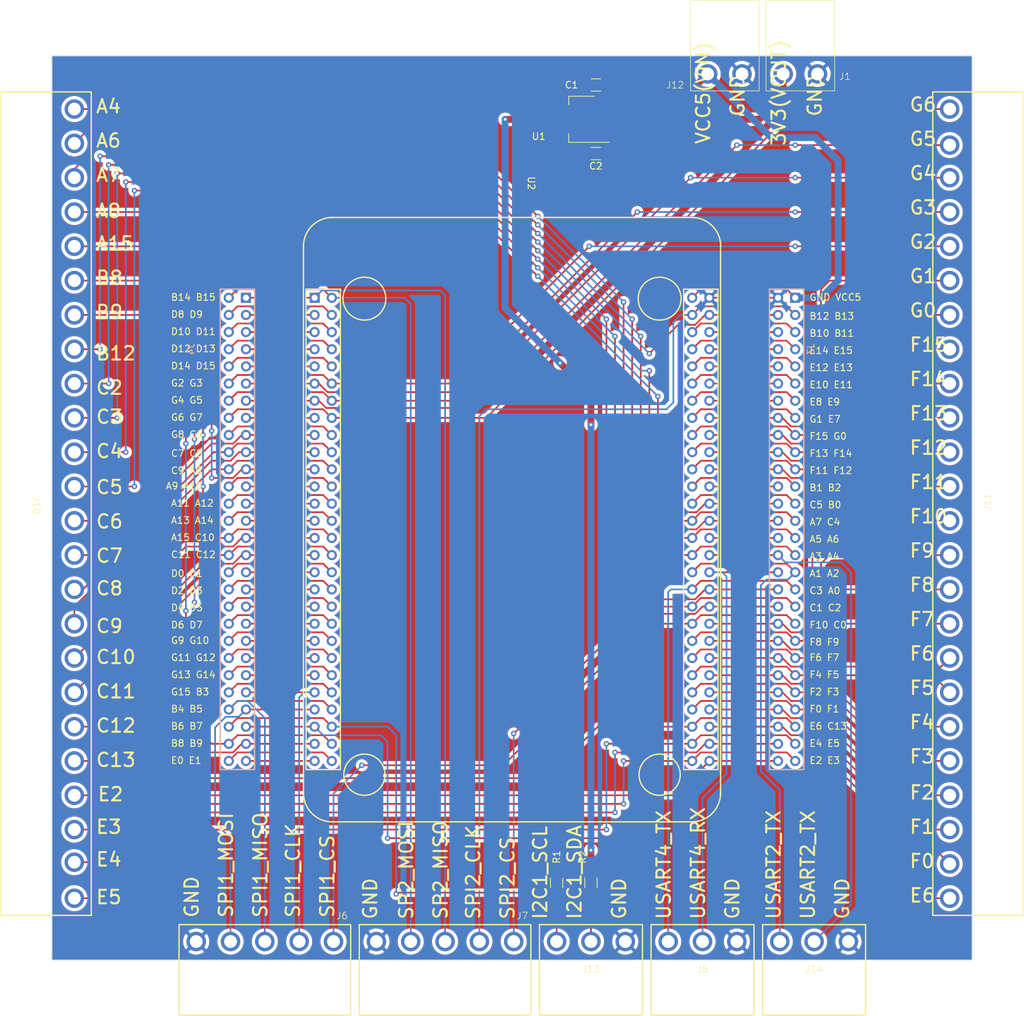
<source format=kicad_pcb>
(kicad_pcb (version 20221018) (generator pcbnew)
  (layers (0 "F.Cu" signal) (31 "B.Cu" signal) (34 "B.Paste" user) (35 "F.Paste" user) (36 "B.SilkS" user "B.Silkscreen") (37 "F.SilkS" user "F.Silkscreen") (38 "B.Mask" user) (39 "F.Mask" user) (44 "Edge.Cuts" user))
  (net 0 "")
  (net 1 "/VCC5")
  (net 2 "GNDREF")
  (net 3 "/3V3")
  (net 4 "/PB12")
  (net 5 "/PB11")
  (net 6 "/PB10")
  (net 7 "/PE15")
  (net 8 "/PE14")
  (net 9 "/PE13")
  (net 10 "/PE12")
  (net 11 "/PE11")
  (net 12 "/PE10")
  (net 13 "/PE9")
  (net 14 "/PE8")
  (net 15 "/PE7")
  (net 16 "SPI2_CLK")
  (net 17 "SPI1_CS")
  (net 18 "/PF15")
  (net 19 "/PF14")
  (net 20 "/PF13")
  (net 21 "/PF12")
  (net 22 "/PF11")
  (net 23 "/PB2")
  (net 24 "/PB1")
  (net 25 "/PB0")
  (net 26 "/PC5")
  (net 27 "/PC4")
  (net 28 "/PA7")
  (net 29 "/PA6")
  (net 30 "/PA5")
  (net 31 "/PA4")
  (net 32 "USART2_RX")
  (net 33 "USART2_TX")
  (net 34 "USART4_RX")
  (net 35 "USART4_TX")
  (net 36 "/PC3")
  (net 37 "/PC2")
  (net 38 "SPI2_CS")
  (net 39 "SPI2_MISO")
  (net 40 "/PF10")
  (net 41 "/PF9")
  (net 42 "/PF8")
  (net 43 "/PF7")
  (net 44 "/PF6")
  (net 45 "/PF5")
  (net 46 "/PF4")
  (net 47 "/PF3")
  (net 48 "/PF2")
  (net 49 "/PF1")
  (net 50 "/PF0")
  (net 51 "/PC13")
  (net 52 "/PE6")
  (net 53 "/PE5")
  (net 54 "/PE4")
  (net 55 "/PE3")
  (net 56 "/PE2")
  (net 57 "SPI2_MOSI")
  (net 58 "SPI1_CLK")
  (net 59 "/PD9")
  (net 60 "/PD8")
  (net 61 "/PD11")
  (net 62 "/PD10")
  (net 63 "/PD13")
  (net 64 "/PD12")
  (net 65 "/PD15")
  (net 66 "/PD14")
  (net 67 "/PG3")
  (net 68 "/PG2")
  (net 69 "/PG5")
  (net 70 "/PG4")
  (net 71 "/PG7")
  (net 72 "/PG6")
  (net 73 "/PC6")
  (net 74 "/PG8")
  (net 75 "/PC8")
  (net 76 "/PC7")
  (net 77 "/PA8")
  (net 78 "/PC9")
  (net 79 "/PA10")
  (net 80 "/PA9")
  (net 81 "/PA12")
  (net 82 "/PA11")
  (net 83 "/PA14")
  (net 84 "/PA13")
  (net 85 "/PC10")
  (net 86 "/PA15")
  (net 87 "/PC12")
  (net 88 "/PC11")
  (net 89 "/PD1")
  (net 90 "/PD0")
  (net 91 "/PD3")
  (net 92 "/PD2")
  (net 93 "/PD5")
  (net 94 "/PD4")
  (net 95 "/PD7")
  (net 96 "/PD6")
  (net 97 "/PG10")
  (net 98 "/PG9")
  (net 99 "/PG12")
  (net 100 "/PG11")
  (net 101 "/PG14")
  (net 102 "/PG13")
  (net 103 "SPI1_MOSI")
  (net 104 "/PG15")
  (net 105 "SPI1_MISO")
  (net 106 "I2C1_SDA")
  (net 107 "I2C1_SCL")
  (net 108 "/PB9")
  (net 109 "/PB8")
  (net 110 "/PE1")
  (net 111 "/PE0")
  (net 112 "/PG1")
  (net 113 "/PG0")
  (footprint "NEUDC:Con_1_5" (layer "F.Cu") (at 90.424 168.9715)
    (fp_text reference "J7")
    (fp_text value "Conn_01x05")
  )
  (footprint "Package_TO_SOT_SMD:SOT-223-3_TabPin2" (layer "F.Cu") (at 110.642 47.23 180)
    (fp_text reference "U1")
    (fp_text value "LM1117MP-3.3")
  )
  (footprint "NEUDC:Con_1_24" (layer "F.Cu") (at 165.1 104.14 90)
    (fp_text reference "J11")
    (fp_text value "Conn_01x24")
  )
  (footprint "NEUDC:Con_1_3" (layer "F.Cu") (at 112.014 168.9715)
    (fp_text reference "J13")
    (fp_text value "Conn_01x03")
  )
  (footprint "Capacitor_SMD:C_1206_3216Metric" (layer "F.Cu") (at 112.742 42.15 180)
    (fp_text reference "C1")
    (fp_text value "10uF")
  )
  (footprint "NEUDC:Con_1_3" (layer "F.Cu") (at 145.034 168.9715)
    (fp_text reference "J14")
    (fp_text value "Conn_01x03")
  )
  (footprint "NEUDC:Con_1_2" (layer "F.Cu") (at 131.826 40.522 180)
    (fp_text reference "J12")
    (fp_text value "Conn_01x02")
  )
  (footprint "Resistor_SMD:R_1206_3216Metric" (layer "F.Cu") (at 106.934 160.274 90)
    (fp_text reference "R1")
    (fp_text value "4.7k")
  )
  (footprint "Capacitor_SMD:C_1206_3216Metric" (layer "F.Cu") (at 112.742 52.31 180)
    (fp_text reference "C2")
    (fp_text value "10uF")
  )
  (footprint "Resistor_SMD:R_1206_3216Metric" (layer "F.Cu") (at 112.014 160.274 90)
    (fp_text reference "R2")
    (fp_text value "4.7k")
  )
  (footprint "NEUDC:qimin" (layer "F.Cu") (at 102.6795 56.68579 -90)
    (fp_text reference "U2")
    (fp_text value "~")
  )
  (footprint "NEUDC:Con_1_24" (layer "F.Cu") (at 35.56 104.14 -90)
    (fp_text reference "J10")
    (fp_text value "Conn_01x24")
  )
  (footprint "NEUDC:Con_1_5" (layer "F.Cu") (at 63.754 168.9715)
    (fp_text reference "J6")
    (fp_text value "Conn_01x05")
  )
  (footprint "NEUDC:Con_1_2" (layer "F.Cu") (at 143.002 40.522 180)
    (fp_text reference "J1")
    (fp_text value "Conn_01x02")
  )
  (footprint "NEUDC:Con_1_3" (layer "F.Cu") (at 128.524 168.9715)
    (fp_text reference "J5")
    (fp_text value "Conn_01x03")
  )
  (footprint "NEUDC:MCU_right" (layer "B.Cu") (at 134.62 78.74 -90)
    (fp_text reference "J3")
    (fp_text value "Conn_02x28_Odd_Even")
  )
  (footprint "NEUDC:MCU_left" (layer "B.Cu") (at 53.34 81.28 -90)
    (fp_text reference "J4")
    (fp_text value "Conn_02x28_Odd_Even")
  )
  (gr_rect (start 32.258 37.846) (end 168.402 171.704) (stroke (width 0.1)) (fill none) (layer "Edge.Cuts"))
  (gr_text "F13 F14" (at 144.272 97.282) (layer "F.SilkS") (effects (font (size 1 1)) (justify left bottom)))
  (gr_text "GND" (at 117.348 165.862 90) (layer "F.SilkS") (effects (font (size 2 2) (thickness 0.3)) (justify left bottom)))
  (gr_text "D14 D15" (at 49.784 84.328) (layer "F.SilkS") (effects (font (size 1 1)) (justify left bottom)))
  (gr_text "E4" (at 38.608 157.988) (layer "F.SilkS") (effects (font (size 2 2) (thickness 0.3)) (justify left bottom)))
  (gr_text "F9" (at 159.004 112.268) (layer "F.SilkS") (effects (font (size 2 2) (thickness 0.3)) (justify left bottom)))
  (gr_text "C10" (at 38.608 128.016) (layer "F.SilkS") (effects (font (size 2 2) (thickness 0.3)) (justify left bottom)))
  (gr_text "F1" (at 159.004 153.162) (layer "F.SilkS") (effects (font (size 2 2) (thickness 0.3)) (justify left bottom)))
  (gr_text "C12\n" (at 38.608 138.176) (layer "F.SilkS") (effects (font (size 2 2) (thickness 0.3)) (justify left bottom)))
  (gr_text "SPI2_CS" (at 100.838 165.862 90) (layer "F.SilkS") (effects (font (size 2 2) (thickness 0.3)) (justify left bottom)))
  (gr_text "B10 B11" (at 144.272 79.502) (layer "F.SilkS") (effects (font (size 1 1)) (justify left bottom)))
  (gr_text "F5" (at 159.004 132.588) (layer "F.SilkS") (effects (font (size 2 2) (thickness 0.3)) (justify left bottom)))
  (gr_text "F11" (at 159.004 102.108) (layer "F.SilkS") (effects (font (size 2 2) (thickness 0.3)) (justify left bottom)))
  (gr_text "G8 C6" (at 49.784 94.488) (layer "F.SilkS") (effects (font (size 1 1)) (justify left bottom)))
  (gr_text "A11 A12" (at 49.784 104.648) (layer "F.SilkS") (effects (font (size 1 1)) (justify left bottom)))
  (gr_text "D10 D11" (at 49.784 79.248) (layer "F.SilkS") (effects (font (size 1 1)) (justify left bottom)))
  (gr_text "E0 E1" (at 49.784 142.748) (layer "F.SilkS") (effects (font (size 1 1)) (justify left bottom)))
  (gr_text "USART2_TX" (at 140.208 165.862 90) (layer "F.SilkS") (effects (font (size 2 2) (thickness 0.3)) (justify left bottom)))
  (gr_text "C9" (at 38.608 123.444) (layer "F.SilkS") (effects (font (size 2 2) (thickness 0.3)) (justify left bottom)))
  (gr_text "F3" (at 159.004 142.748) (layer "F.SilkS") (effects (font (size 2 2) (thickness 0.3)) (justify left bottom)))
  (gr_text "G6" (at 159.004 46.228) (layer "F.SilkS") (effects (font (size 2 2) (thickness 0.3)) (justify left bottom)))
  (gr_text "GND\n" (at 54.102 165.608 90) (layer "F.SilkS") (effects (font (size 2 2) (thickness 0.3)) (justify left bottom)))
  (gr_text "E6" (at 159.004 163.322) (layer "F.SilkS") (effects (font (size 2 2) (thickness 0.3)) (justify left bottom)))
  (gr_text "E10 E11" (at 144.272 87.122) (layer "F.SilkS") (effects (font (size 1 1)) (justify left bottom)))
  (gr_text "C11 C12" (at 49.784 112.268) (layer "F.SilkS") (effects (font (size 1 1)) (justify left bottom)))
  (gr_text "F15 G0" (at 144.272 94.742) (layer "F.SilkS") (effects (font (size 1 1)) (justify left bottom)))
  (gr_text "GND VCC5" (at 144.272 74.168) (layer "F.SilkS") (effects (font (size 1 1)) (justify left bottom)))
  (gr_text "F6 F7" (at 144.272 127.508) (layer "F.SilkS") (effects (font (size 1 1)) (justify left bottom)))
  (gr_text "B1 B2" (at 144.272 102.362) (layer "F.SilkS") (effects (font (size 1 1)) (justify left bottom)))
  (gr_text "G11 G12" (at 49.784 127.508) (layer "F.SilkS") (effects (font (size 1 1)) (justify left bottom)))
  (gr_text "A3 A4" (at 144.272 112.522) (layer "F.SilkS") (effects (font (size 1 1)) (justify left bottom)))
  (gr_text "C3\n" (at 38.608 92.456) (layer "F.SilkS") (effects (font (size 2 2) (thickness 0.3)) (justify left bottom)))
  (gr_text "F7" (at 159.004 122.428) (layer "F.SilkS") (effects (font (size 2 2) (thickness 0.3)) (justify left bottom)))
  (gr_text "F4" (at 159.004 137.668) (layer "F.SilkS") (effects (font (size 2 2) (thickness 0.3)) (justify left bottom)))
  (gr_text "I2C1_SDA" (at 110.744 165.862 90) (layer "F.SilkS") (effects (font (size 2 2) (thickness 0.3)) (justify left bottom)))
  (gr_text "F11 F12" (at 144.272 99.822) (layer "F.SilkS") (effects (font (size 1 1)) (justify left bottom)))
  (gr_text "B14 B15" (at 49.784 74.168) (layer "F.SilkS") (effects (font (size 1 1)) (justify left bottom)))
  (gr_text "F14" (at 159.004 86.868) (layer "F.SilkS") (effects (font (size 2 2) (thickness 0.3)) (justify left bottom)))
  (gr_text "G9 G10" (at 49.784 124.968) (layer "F.SilkS") (effects (font (size 1 1)) (justify left bottom)))
  (gr_text "E6 C13" (at 144.272 137.668) (layer "F.SilkS") (effects (font (size 1 1)) (justify left bottom)))
  (gr_text "C9 A8" (at 49.784 99.822) (layer "F.SilkS") (effects (font (size 1 1)) (justify left bottom)))
  (gr_text "GND" (at 134.874 46.99 90) (layer "F.SilkS") (effects (font (size 2 2) (thickness 0.3)) (justify left bottom)))
  (gr_text "C8\n" (at 38.608 117.856) (layer "F.SilkS") (effects (font (size 2 2) (thickness 0.3)) (justify left bottom)))
  (gr_text "E14 E15" (at 144.272 82.042) (layer "F.SilkS") (effects (font (size 1 1)) (justify left bottom)))
  (gr_text "GND" (at 134.112 165.862 90) (layer "F.SilkS") (effects (font (size 2 2) (thickness 0.3)) (justify left bottom)))
  (gr_text "VCC5(VIN)" (at 129.794 51.054 90) (layer "F.SilkS") (effects (font (size 2 2) (thickness 0.3)) (justify left bottom)))
  (gr_text "A1 A2" (at 144.272 115.062) (layer "F.SilkS") (effects (font (size 1 1)) (justify left bottom)))
  (gr_text "D6 D7" (at 49.784 122.682) (layer "F.SilkS") (effects (font (size 1 1)) (justify left bottom)))
  (gr_text "SPI1_CLK\n" (at 69.088 165.608 90) (layer "F.SilkS") (effects (font (size 2 2) (thickness 0.3)) (justify left bottom)))
  (gr_text "B12 B13" (at 144.272 76.962) (layer "F.SilkS") (effects (font (size 1 1)) (justify left bottom)))
  (gr_text "C3 A0" (at 144.272 117.602) (layer "F.SilkS") (effects (font (size 1 1)) (justify left bottom)))
  (gr_text "USART2_TX" (at 145.288 165.862 90) (layer "F.SilkS") (effects (font (size 2 2) (thickness 0.3)) (justify left bottom)))
  (gr_text "F2" (at 159.004 148.082) (layer "F.SilkS") (effects (font (size 2 2) (thickness 0.3)) (justify left bottom)))
  (gr_text "F10 C0" (at 144.272 122.682) (layer "F.SilkS") (effects (font (size 1 1)) (justify left bottom)))
  (gr_text "E2 E3" (at 144.272 142.748) (layer "F.SilkS") (effects (font (size 1 1)) (justify left bottom)))
  (gr_text "F8" (at 159.004 117.348) (layer "F.SilkS") (effects (font (size 2 2) (thickness 0.3)) (justify left bottom)))
  (gr_text "A7 C4" (at 144.272 107.442) (layer "F.SilkS") (effects (font (size 1 1)) (justify left bottom)))
  (gr_text "E5" (at 38.608 163.576) (layer "F.SilkS") (effects (font (size 2 2) (thickness 0.3)) (justify left bottom)))
  (gr_text "USART4_TX" (at 123.952 165.862 90) (layer "F.SilkS") (effects (font (size 2 2) (thickness 0.3)) (justify left bottom)))
  (gr_text "E12 E13" (at 144.272 84.582) (layer "F.SilkS") (effects (font (size 1 1)) (justify left bottom)))
  (gr_text "SPI2_CLK\n" (at 95.758 165.862 90) (layer "F.SilkS") (effects (font (size 2 2) (thickness 0.3)) (justify left bottom)))
  (gr_text "G3" (at 159.004 61.468) (layer "F.SilkS") (effects (font (size 2 2) (thickness 0.3)) (justify left bottom)))
  (gr_text "C13" (at 38.608 143.256) (layer "F.SilkS") (effects (font (size 2 2) (thickness 0.3)) (justify left bottom)))
  (gr_text "SPI1_MISO" (at 64.262 165.608 90) (layer "F.SilkS") (effects (font (size 2 2) (thickness 0.3)) (justify left bottom)))
  (gr_text "SP2_MISO" (at 90.932 165.862 90) (layer "F.SilkS") (effects (font (size 2 2) (thickness 0.3)) (justify left bottom)))
  (gr_text "G6 G7" (at 49.784 91.948) (layer "F.SilkS") (effects (font (size 1 1)) (justify left bottom)))
  (gr_text "C1 C2" (at 144.272 120.142) (layer "F.SilkS") (effects (font (size 1 1)) (justify left bottom)))
  (gr_text "F0 F1" (at 144.272 135.128) (layer "F.SilkS") (effects (font (size 1 1)) (justify left bottom)))
  (gr_text "G15 B3" (at 49.784 132.588) (layer "F.SilkS") (effects (font (size 1 1)) (justify left bottom)))
  (gr_text "G5\n" (at 159.004 51.308) (layer "F.SilkS") (effects (font (size 2 2) (thickness 0.3)) (justify left bottom)))
  (gr_text "GND" (at 150.368 165.862 90) (layer "F.SilkS") (effects (font (size 2 2) (thickness 0.3)) (justify left bottom)))
  (gr_text "F10" (at 159.004 107.188) (layer "F.SilkS") (effects (font (size 2 2) (thickness 0.3)) (justify left bottom)))
  (gr_text "G13 G14" (at 49.784 130.048) (layer "F.SilkS") (effects (font (size 1 1)) (justify left bottom)))
  (gr_text "B12" (at 38.608 83.058) (layer "F.SilkS") (effects (font (size 2 2) (thickness 0.3)) (justify left bottom)))
  (gr_text "A15\n" (at 38.608 66.802) (layer "F.SilkS") (effects (font (size 2 2) (thickness 0.3)) (justify left bottom)))
  (gr_text "SPI1_MOSI" (at 59.182 165.608 90) (layer "F.SilkS") (effects (font (size 2 2) (thickness 0.3)) (justify left bottom)))
  (gr_text "C2\n" (at 38.608 88.138) (layer "F.SilkS") (effects (font (size 2 2) (thickness 0.3)) (justify left bottom)))
  (gr_text "F12" (at 159.004 97.028) (layer "F.SilkS") (effects (font (size 2 2) (thickness 0.3)) (justify left bottom)))
  (gr_text "C4\n" (at 38.608 97.536) (layer "F.SilkS") (effects (font (size 2 2) (thickness 0.3)) (justify left bottom)))
  (gr_text "G1 E7" (at 144.272 92.202) (layer "F.SilkS") (effects (font (size 1 1)) (justify left bottom)))
  (gr_text "G2 G3" (at 49.784 86.868) (layer "F.SilkS") (effects (font (size 1 1)) (justify left bottom)))
  (gr_text "C7 C8" (at 49.784 97.282) (layer "F.SilkS") (effects (font (size 1 1)) (justify left bottom)))
  (gr_text "A15 C10" (at 49.784 109.728) (layer "F.SilkS") (effects (font (size 1 1)) (justify left bottom)))
  (gr_text "F2 F3" (at 144.272 132.588) (layer "F.SilkS") (effects (font (size 1 1)) (justify left bottom)))
  (gr_text "E2\n" (at 38.862 148.336) (layer "F.SilkS") (effects (font (size 2 2) (thickness 0.3)) (justify left bottom)))
  (gr_text "A6\n" (at 38.608 51.562) (layer "F.SilkS") (effects (font (size 2 2) (thickness 0.3)) (justify left bottom)))
  (gr_text "B8 B9" (at 49.784 140.208) (layer "F.SilkS") (effects (font (size 1 1)) (justify left bottom)))
  (gr_text "C7" (at 38.608 113.03) (layer "F.SilkS") (effects (font (size 2 2) (thickness 0.3)) (justify left bottom)))
  (gr_text "G4 G5" (at 49.784 89.408) (layer "F.SilkS") (effects (font (size 1 1)) (justify left bottom)))
  (gr_text "C5 B0" (at 144.272 104.902) (layer "F.SilkS") (effects (font (size 1 1)) (justify left bottom)))
  (gr_text "3V3(VOUT)" (at 140.97 51.308 90) (layer "F.SilkS") (effects (font (size 2 2) (thickness 0.3)) (justify left bottom)))
  (gr_text "G0" (at 159.004 76.708) (layer "F.SilkS") (effects (font (size 2 2) (thickness 0.3)) (justify left bottom)))
  (gr_text "B6 B7" (at 49.784 137.668) (layer "F.SilkS") (effects (font (size 1 1)) (justify left bottom)))
  (gr_text "B8\n" (at 38.608 71.882) (layer "F.SilkS") (effects (font (size 2 2) (thickness 0.3)) (justify left bottom)))
  (gr_text "D2 D3" (at 49.784 117.602) (layer "F.SilkS") (effects (font (size 1 1)) (justify left bottom)))
  (gr_text "D8 D9\n" (at 49.784 76.708) (layer "F.SilkS") (effects (font (size 1 1)) (justify left bottom)))
  (gr_text "F6" (at 159.004 127.508) (layer "F.SilkS") (effects (font (size 2 2) (thickness 0.3)) (justify left bottom)))
  (gr_text "C11" (at 38.608 133.096) (layer "F.SilkS") (effects (font (size 2 2) (thickness 0.3)) (justify left bottom)))
  (gr_text "A8\n" (at 38.608 61.976) (layer "F.SilkS") (effects (font (size 2 2) (thickness 0.3)) (justify left bottom)))
  (gr_text "F0" (at 159.004 158.242) (layer "F.SilkS") (effects (font (size 2 2) (thickness 0.3)) (justify left bottom)))
  (gr_text "SP2_MOSI" (at 85.852 165.862 90) (layer "F.SilkS") (effects (font (size 2 2) (thickness 0.3)) (justify left bottom)))
  (gr_text "A9 A10" (at 49.022 102.108) (layer "F.SilkS") (effects (font (size 1 1)) (justify left bottom)))
  (gr_text "E8 E9" (at 144.272 89.662) (layer "F.SilkS") (effects (font (size 1 1)) (justify left bottom)))
  (gr_text "GND\n" (at 80.518 165.862 90) (layer "F.SilkS") (effects (font (size 2 2) (thickness 0.3)) (justify left bottom)))
  (gr_text "A7" (at 38.608 56.642) (layer "F.SilkS") (effects (font (size 2 2) (thickness 0.3)) (justify left bottom)))
  (gr_text "G1" (at 159.004 71.628) (layer "F.SilkS") (effects (font (size 2 2) (thickness 0.3)) (justify left bottom)))
  (gr_text "A13 A14" (at 49.784 107.188) (layer "F.SilkS") (effects (font (size 1 1)) (justify left bottom)))
  (gr_text "G4" (at 159.004 56.388) (layer "F.SilkS") (effects (font (size 2 2) (thickness 0.3)) (justify left bottom)))
  (gr_text "D12 D13" (at 49.784 81.788) (layer "F.SilkS") (effects (font (size 1 1)) (justify left bottom)))
  (gr_text "B4 B5" (at 49.784 135.128) (layer "F.SilkS") (effects (font (size 1 1)) (justify left bottom)))
  (gr_text "A4\n" (at 38.608 46.482) (layer "F.SilkS") (effects (font (size 2 2) (thickness 0.3)) (justify left bottom)))
  (gr_text "USART4_RX" (at 129.032 165.862 90) (layer "F.SilkS") (effects (font (size 2 2) (thickness 0.3)) (justify left bottom)))
  (gr_text "SPI1_CS" (at 74.168 165.608 90) (layer "F.SilkS") (effects (font (size 2 2) (thickness 0.3)) (justify left bottom)))
  (gr_text "F4 F5" (at 144.272 130.048) (layer "F.SilkS") (effects (font (size 1 1)) (justify left bottom)))
  (gr_text "C6\n" (at 38.608 107.95) (layer "F.SilkS") (effects (font (size 2 2) (thickness 0.3)) (justify left bottom)))
  (gr_text "G2" (at 159.004 66.548) (layer "F.SilkS") (effects (font (size 2 2) (thickness 0.3)) (justify left bottom)))
  (gr_text "E4 E5" (at 144.272 140.208) (layer "F.SilkS") (effects (font (size 1 1)) (justify left bottom)))
  (gr_text "B9\n" (at 38.608 76.962) (layer "F.SilkS") (effects (font (size 2 2) (thickness 0.3)) (justify left bottom)))
  (gr_text "I2C1_SCL" (at 105.664 165.862 90) (layer "F.SilkS") (effects (font (size 2 2) (thickness 0.3)) (justify left bottom)))
  (gr_text "C5\n" (at 38.608 102.87) (layer "F.SilkS") (effects (font (size 2 2) (thickness 0.3)) (justify left bottom)))
  (gr_text "E3" (at 38.608 153.162) (layer "F.SilkS") (effects (font (size 2 2) (thickness 0.3)) (justify left bottom)))
  (gr_text "GND" (at 146.304 46.99 90) (layer "F.SilkS") (effects (font (size 2 2) (thickness 0.3)) (justify left bottom)))
  (gr_text "F13" (at 159.004 91.948) (layer "F.SilkS") (effects (font (size 2 2) (thickness 0.3)) (justify left bottom)))
  (gr_text "F8 F9" (at 144.272 125.222) (layer "F.SilkS") (effects (font (size 1 1)) (justify left bottom)))
  (gr_text "A5 A6" (at 144.272 109.982) (layer "F.SilkS") (effects (font (size 1 1)) (justify left bottom)))
  (gr_text "D4 D5" (at 49.784 120.142) (layer "F.SilkS") (effects (font (size 1 1)) (justify left bottom)))
  (gr_text "F15" (at 159.004 81.788) (layer "F.SilkS") (effects (font (size 2 2) (thickness 0.3)) (justify left bottom)))
  (gr_text "D0 D1" (at 49.784 115.062) (layer "F.SilkS") (effects (font (size 1 1)) (justify left bottom)))
  (segment (start 114.217 42.15) (end 127.658 42.15) (width 1.016) (layer "F.Cu") (net 1))
  (segment (start 128.2573 72.39) (end 140.97 72.39) (width 0.25) (layer "F.Cu") (net 1))
  (segment (start 114.217 44.505) (end 113.792 44.93) (width 1.016) (layer "F.Cu") (net 1))
  (segment (start 126.9873 73.66) (end 128.2573 72.39) (width 0.25) (layer "F.Cu") (net 1))
  (segment (start 127.658 42.15) (end 129.286 40.522) (width 1.016) (layer "F.Cu") (net 1))
  (segment (start 140.97 72.39) (end 142.24 73.66) (width 0.25) (layer "F.Cu") (net 1))
  (segment (start 114.217 42.15) (end 114.217 44.505) (width 1.016) (layer "F.Cu") (net 1))
  (segment (start 148.59 53.34) (end 148.59 71.12) (width 1.016) (layer "B.Cu") (net 1))
  (segment (start 129.286 40.522) (end 138.71 49.946) (width 1.016) (layer "B.Cu") (net 1))
  (segment (start 145.196 49.946) (end 148.59 53.34) (width 1.016) (layer "B.Cu") (net 1))
  (segment (start 148.59 71.12) (end 146.05 73.66) (width 1.016) (layer "B.Cu") (net 1))
  (segment (start 146.05 73.66) (end 142.24 73.66) (width 1.016) (layer "B.Cu") (net 1))
  (segment (start 138.71 49.946) (end 145.196 49.946) (width 1.016) (layer "B.Cu") (net 1))
  (segment (start 129.5273 73.66) (end 139.7 73.66) (width 0.25) (layer "F.Cu") (net 2))
  (segment (start 120.41 52.31) (end 114.217 52.31) (width 1.016) (layer "F.Cu") (net 3))
  (segment (start 140.462 43.688) (end 140.462 40.522) (width 1.016) (layer "F.Cu") (net 3))
  (segment (start 121.92 47.23) (end 136.92 47.23) (width 1.016) (layer "F.Cu") (net 3))
  (segment (start 121.92 50.8) (end 120.41 52.31) (width 1.016) (layer "F.Cu") (net 3))
  (segment (start 121.92 47.23) (end 121.92 50.8) (width 1.016) (layer "F.Cu") (net 3))
  (segment (start 136.92 47.23) (end 140.462 43.688) (width 1.016) (layer "F.Cu") (net 3))
  (segment (start 112.014 158.8115) (end 112.014 155.448) (width 1.016) (layer "F.Cu") (net 3))
  (segment (start 99.314 47.244) (end 107.478 47.244) (width 1.016) (layer "F.Cu") (net 3))
  (segment (start 106.934 158.8115) (end 112.014 158.8115) (width 1.016) (layer "F.Cu") (net 3))
  (segment (start 107.478 47.244) (end 107.492 47.23) (width 1.016) (layer "F.Cu") (net 3))
  (segment (start 112.014 92.456) (end 112.014 87.884) (width 1.016) (layer "F.Cu") (net 3))
  (segment (start 112.014 87.884) (end 107.442 83.312) (width 1.016) (layer "F.Cu") (net 3))
  (segment (start 107.492 47.23) (end 113.792 47.23) (width 1.016) (layer "F.Cu") (net 3))
  (segment (start 113.792 47.23) (end 121.92 47.23) (width 1.016) (layer "F.Cu") (net 3))
  (via (at 107.442 83.312) (size 0.8) (drill 0.4) (layers "F.Cu" "B.Cu") (net 3))
  (via (at 99.314 47.244) (size 0.8) (drill 0.4) (layers "F.Cu" "B.Cu") (net 3))
  (via (at 112.014 92.456) (size 0.8) (drill 0.4) (layers "F.Cu" "B.Cu") (net 3))
  (via (at 112.014 155.448) (size 0.8) (drill 0.4) (layers "F.Cu" "B.Cu") (net 3))
  (segment (start 99.314 75.184) (end 99.314 47.244) (width 1.016) (layer "B.Cu") (net 3))
  (segment (start 107.442 83.312) (end 99.314 75.184) (width 1.016) (layer "B.Cu") (net 3))
  (segment (start 112.014 155.448) (end 112.014 92.456) (width 1.016) (layer "B.Cu") (net 3))
  (segment (start 90.805 52.705) (end 91.44 52.705) (width 0.25) (layer "F.Cu") (net 4))
  (segment (start 129.5273 76.2) (end 139.7 76.2) (width 0.25) (layer "F.Cu") (net 4))
  (segment (start 120.65 81.915) (end 124.9 77.665) (width 0.25) (layer "F.Cu") (net 4))
  (segment (start 91.44 52.705) (end 104.14 65.405) (width 0.25) (layer "F.Cu") (net 4))
  (segment (start 35.56 81.28) (end 39.37 81.28) (width 0.25) (layer "F.Cu") (net 4))
  (segment (start 124.9 77.665) (end 127.425904 77.665) (width 0.25) (layer "F.Cu") (net 4))
  (segment (start 39.37 52.705) (end 90.805 52.705) (width 0.25) (layer "F.Cu") (net 4))
  (segment (start 127.425904 77.665) (end 128.890904 76.2) (width 0.25) (layer "F.Cu") (net 4))
  (segment (start 128.890904 76.2) (end 129.54 76.2) (width 0.25) (layer "F.Cu") (net 4))
  (via (at 39.37 52.705) (size 0.8) (drill 0.4) (layers "F.Cu" "B.Cu") (net 4))
  (via (at 39.37 81.28) (size 0.8) (drill 0.4) (layers "F.Cu" "B.Cu") (net 4))
  (via (at 120.65 81.915) (size 0.8) (drill 0.4) (layers "F.Cu" "B.Cu") (net 4))
  (via (at 104.14 65.405) (size 0.8) (drill 0.4) (layers "F.Cu" "B.Cu") (net 4))
  (segment (start 113.665 74.93) (end 120.65 81.915) (width 0.25) (layer "B.Cu") (net 4))
  (segment (start 39.37 52.705) (end 39.37 81.28) (width 0.25) (layer "B.Cu") (net 4))
  (segment (start 104.14 65.405) (end 113.665 74.93) (width 0.25) (layer "B.Cu") (net 4))
  (segment (start 128.2573 77.47) (end 140.97 77.47) (width 0.25) (layer "F.Cu") (net 5))
  (segment (start 126.9873 78.74) (end 128.2573 77.47) (width 0.25) (layer "F.Cu") (net 5))
  (segment (start 140.97 77.47) (end 142.24 78.74) (width 0.25) (layer "F.Cu") (net 5))
  (segment (start 129.5273 78.74) (end 139.7 78.74) (width 0.25) (layer "F.Cu") (net 6))
  (segment (start 126.9873 81.28) (end 128.2573 80.01) (width 0.25) (layer "F.Cu") (net 7))
  (segment (start 140.97 80.01) (end 142.24 81.28) (width 0.25) (layer "F.Cu") (net 7))
  (segment (start 128.2573 80.01) (end 140.97 80.01) (width 0.25) (layer "F.Cu") (net 7))
  (segment (start 129.5273 81.28) (end 139.7 81.28) (width 0.25) (layer "F.Cu") (net 8))
  (segment (start 140.97635 82.55) (end 142.24635 83.82) (width 0.25) (layer "F.Cu") (net 9))
  (segment (start 128.26365 82.55) (end 140.97635 82.55) (width 0.25) (layer "F.Cu") (net 9))
  (segment (start 126.99365 83.82) (end 128.26365 82.55) (width 0.25) (layer "F.Cu") (net 9))
  (segment (start 129.53365 83.82) (end 139.70635 83.82) (width 0.25) (layer "F.Cu") (net 10))
  (segment (start 140.97635 85.09) (end 142.24635 86.36) (width 0.25) (layer "F.Cu") (net 11))
  (segment (start 128.26365 85.09) (end 140.97635 85.09) (width 0.25) (layer "F.Cu") (net 11))
  (segment (start 126.99365 86.36) (end 128.26365 85.09) (width 0.25) (layer "F.Cu") (net 11))
  (segment (start 129.53365 86.36) (end 139.70635 86.36) (width 0.25) (layer "F.Cu") (net 12))
  (segment (start 126.99365 88.9) (end 128.26365 87.63) (width 0.25) (layer "F.Cu") (net 13))
  (segment (start 140.97635 87.63) (end 142.24635 88.9) (width 0.25) (layer "F.Cu") (net 13))
  (segment (start 128.26365 87.63) (end 140.97635 87.63) (width 0.25) (layer "F.Cu") (net 13))
  (segment (start 129.53365 88.9) (end 139.70635 88.9) (width 0.25) (layer "F.Cu") (net 14))
  (segment (start 128.26365 90.17) (end 140.97635 90.17) (width 0.25) (layer "F.Cu") (net 15))
  (segment (start 126.99365 91.44) (end 128.26365 90.17) (width 0.25) (layer "F.Cu") (net 15))
  (segment (start 140.97635 90.17) (end 142.24635 91.44) (width 0.25) (layer "F.Cu") (net 15))
  (segment (start 128.2573 74.93) (end 140.97 74.93) (width 0.25) (layer "F.Cu") (net 16))
  (segment (start 140.97 74.93) (end 142.24 76.2) (width 0.25) (layer "F.Cu") (net 16))
  (segment (start 126.9873 76.2) (end 128.2573 74.93) (width 0.25) (layer "F.Cu") (net 16))
  (segment (start 123.19 90.17) (end 124.206 89.154) (width 0.25) (layer "B.Cu") (net 16))
  (segment (start 95.504 168.9715) (end 95.504 91.186) (width 0.25) (layer "B.Cu") (net 16))
  (segment (start 96.52 90.17) (end 123.19 90.17) (width 0.25) (layer "B.Cu") (net 16))
  (segment (start 95.504 91.186) (end 96.52 90.17) (width 0.25) (layer "B.Cu") (net 16))
  (segment (start 124.206 89.154) (end 124.206 77.216) (width 0.25) (layer "B.Cu") (net 16))
  (segment (start 124.206 77.216) (end 125.222 76.2) (width 0.25) (layer "B.Cu") (net 16))
  (segment (start 125.222 76.2) (end 127 76.2) (width 0.25) (layer "B.Cu") (net 16))
  (segment (start 140.97635 120.65) (end 142.24635 121.92) (width 0.25) (layer "F.Cu") (net 17))
  (segment (start 126.99365 121.92) (end 128.26365 120.65) (width 0.25) (layer "F.Cu") (net 17))
  (segment (start 78.105 142.875) (end 99.06 142.875) (width 0.25) (layer "F.Cu") (net 17))
  (segment (start 120.015 121.92) (end 127 121.92) (width 0.25) (layer "F.Cu") (net 17))
  (segment (start 99.06 142.875) (end 120.015 121.92) (width 0.25) (layer "F.Cu") (net 17))
  (segment (start 128.26365 120.65) (end 140.97635 120.65) (width 0.25) (layer "F.Cu") (net 17))
  (via (at 78.105 142.875) (size 0.8) (drill 0.4) (layers "F.Cu" "B.Cu") (net 17))
  (segment (start 73.914 168.9715) (end 73.914 147.066) (width 0.25) (layer "B.Cu") (net 17))
  (segment (start 73.914 147.066) (end 78.105 142.875) (width 0.25) (layer "B.Cu") (net 17))
  (segment (start 148.59 93.345) (end 146.685 95.25) (width 0.25) (layer "F.Cu") (net 18))
  (segment (start 141.612746 95.25) (end 140.342746 93.98) (width 0.25) (layer "F.Cu") (net 18))
  (segment (start 149.86 81.28) (end 148.59 82.55) (width 0.25) (layer "F.Cu") (net 18))
  (segment (start 165.1 81.28) (end 149.86 81.28) (width 0.25) (layer "F.Cu") (net 18))
  (segment (start 129.53365 93.98) (end 139.70635 93.98) (width 0.25) (layer "F.Cu") (net 18))
  (segment (start 146.685 95.25) (end 141.612746 95.25) (width 0.25) (layer "F.Cu") (net 18))
  (segment (start 148.59 82.55) (end 148.59 93.345) (width 0.25) (layer "F.Cu") (net 18))
  (segment (start 140.342746 93.98) (end 139.7 93.98) (width 0.25) (layer "F.Cu") (net 18))
  (segment (start 165.1 86.36) (end 151.13 86.36) (width 0.25) (layer "F.Cu") (net 19))
  (segment (start 140.97635 95.25) (end 142.24635 96.52) (width 0.25) (layer "F.Cu") (net 19))
  (segment (start 126.99365 96.52) (end 128.26365 95.25) (width 0.25) (layer "F.Cu") (net 19))
  (segment (start 147.32 96.52) (end 142.24 96.52) (width 0.25) (layer "F.Cu") (net 19))
  (segment (start 128.26365 95.25) (end 140.97635 95.25) (width 0.25) (layer "F.Cu") (net 19))
  (segment (start 151.13 86.36) (end 149.86 87.63) (width 0.25) (layer "F.Cu") (net 19))
  (segment (start 149.86 87.63) (end 149.86 93.98) (width 0.25) (layer "F.Cu") (net 19))
  (segment (start 149.86 93.98) (end 147.32 96.52) (width 0.25) (layer "F.Cu") (net 19))
  (segment (start 151.13 92.71) (end 151.13 93.98) (width 0.25) (layer "F.Cu") (net 20))
  (segment (start 165.1 91.44) (end 152.4 91.44) (width 0.25) (layer "F.Cu") (net 20))
  (segment (start 152.4 91.44) (end 151.13 92.71) (width 0.25) (layer "F.Cu") (net 20))
  (segment (start 147.32 97.79) (end 141.612746 97.79) (width 0.25) (layer "F.Cu") (net 20))
  (segment (start 151.13 93.98) (end 147.32 97.79) (width 0.25) (layer "F.Cu") (net 20))
  (segment (start 140.342746 96.52) (end 139.7 96.52) (width 0.25) (layer "F.Cu") (net 20))
  (segment (start 129.53365 96.52) (end 139.70635 96.52) (width 0.25) (layer "F.Cu") (net 20))
  (segment (start 141.612746 97.79) (end 140.342746 96.52) (width 0.25) (layer "F.Cu") (net 20))
  (segment (start 149.86 96.52) (end 147.32 99.06) (width 0.25) (layer "F.Cu") (net 21))
  (segment (start 140.97635 97.79) (end 142.24635 99.06) (width 0.25) (layer "F.Cu") (net 21))
  (segment (start 147.32 99.06) (end 142.24 99.06) (width 0.25) (layer "F.Cu") (net 21))
  (segment (start 165.1 96.52) (end 149.86 96.52) (width 0.25) (layer "F.Cu") (net 21))
  (segment (start 128.26365 97.79) (end 140.97635 97.79) (width 0.25) (layer "F.Cu") (net 21))
  (segment (start 126.99365 99.06) (end 128.26365 97.79) (width 0.25) (layer "F.Cu") (net 21))
  (segment (start 165.1 101.6) (end 144.78 101.6) (width 0.25) (layer "F.Cu") (net 22))
  (segment (start 140.342746 99.06) (end 139.7 99.06) (width 0.25) (layer "F.Cu") (net 22))
  (segment (start 129.53365 99.06) (end 139.70635 99.06) (width 0.25) (layer "F.Cu") (net 22))
  (segment (start 143.51 100.33) (end 141.612746 100.33) (width 0.25) (layer "F.Cu") (net 22))
  (segment (start 141.612746 100.33) (end 140.342746 99.06) (width 0.25) (layer "F.Cu") (net 22))
  (segment (start 144.78 101.6) (end 143.51 100.33) (width 0.25) (layer "F.Cu") (net 22))
  (segment (start 128.26365 100.33) (end 140.97635 100.33) (width 0.25) (layer "F.Cu") (net 23))
  (segment (start 126.99365 101.6) (end 128.26365 100.33) (width 0.25) (layer "F.Cu") (net 23))
  (segment (start 140.97635 100.33) (end 142.24635 101.6) (width 0.25) (layer "F.Cu") (net 23))
  (segment (start 129.53365 101.6) (end 139.70635 101.6) (width 0.25) (layer "F.Cu") (net 24))
  (segment (start 140.97635 102.87) (end 142.24635 104.14) (width 0.25) (layer "F.Cu") (net 25))
  (segment (start 128.26365 102.87) (end 140.97635 102.87) (width 0.25) (layer "F.Cu") (net 25))
  (segment (start 126.99365 104.14) (end 128.26365 102.87) (width 0.25) (layer "F.Cu") (net 25))
  (segment (start 104.14 70.485) (end 91.44 57.785) (width 0.25) (layer "F.Cu") (net 26))
  (segment (start 91.44 57.785) (end 44.45 57.785) (width 0.25) (layer "F.Cu") (net 26))
  (segment (start 121.92 88.265) (end 121.92 104.775) (width 0.25) (layer "F.Cu") (net 26))
  (segment (start 122.555 105.41) (end 127.627254 105.41) (width 0.25) (layer "F.Cu") (net 26))
  (segment (start 35.56 101.6) (end 44.45 101.6) (width 0.25) (layer "F.Cu") (net 26))
  (segment (start 128.897254 104.14) (end 129.54 104.14) (width 0.25) (layer "F.Cu") (net 26))
  (segment (start 121.92 104.775) (end 122.555 105.41) (width 0.25) (layer "F.Cu") (net 26))
  (segment (start 127.627254 105.41) (end 128.897254 104.14) (width 0.25) (layer "F.Cu") (net 26))
  (segment (start 129.53365 104.14) (end 139.70635 104.14) (width 0.25) (layer "F.Cu") (net 26))
  (via (at 44.45 57.785) (size 0.8) (drill 0.4) (layers "F.Cu" "B.Cu") (net 26))
  (via (at 44.45 101.6) (size 0.8) (drill 0.4) (layers "F.Cu" "B.Cu") (net 26))
  (via (at 121.92 88.265) (size 0.8) (drill 0.4) (layers "F.Cu" "B.Cu") (net 26))
  (via (at 104.14 70.485) (size 0.8) (drill 0.4) (layers "F.Cu" "B.Cu") (net 26))
  (segment (start 121.92 88.265) (end 104.14 70.485) (width 0.25) (layer "B.Cu") (net 26))
  (segment (start 44.45 57.785) (end 44.45 101.6) (width 0.25) (layer "B.Cu") (net 26))
  (segment (start 140.97635 105.41) (end 142.24635 106.68) (width 0.25) (layer "F.Cu") (net 27))
  (segment (start 120.65 105.41) (end 121.92 106.68) (width 0.25) (layer "F.Cu") (net 27))
  (segment (start 91.44 56.515) (end 43.18 56.515) (width 0.25) (layer "F.Cu") (net 27))
  (segment (start 121.92 106.68) (end 127 106.68) (width 0.25) (layer "F.Cu") (net 27))
  (segment (start 104.14 69.215) (end 91.44 56.515) (width 0.25) (layer "F.Cu") (net 27))
  (segment (start 43.18 96.52) (end 37.596467 96.52) (width 0.25) (layer "F.Cu") (net 27))
  (segment (start 37.596467 96.52) (end 35.56 96.52) (width 0.25) (layer "F.Cu") (net 27))
  (segment (start 126.99365 106.68) (end 128.26365 105.41) (width 0.25) (layer "F.Cu") (net 27))
  (segment (start 128.26365 105.41) (end 140.97635 105.41) (width 0.25) (layer "F.Cu") (net 27))
  (segment (start 120.65 84.455) (end 120.65 105.41) (width 0.25) (layer "F.Cu") (net 27))
  (via (at 43.18 96.52) (size 0.8) (drill 0.4) (layers "F.Cu" "B.Cu") (net 27))
  (via (at 43.18 56.515) (size 0.8) (drill 0.4) (layers "F.Cu" "B.Cu") (net 27))
  (via (at 104.14 69.215) (size 0.8) (drill 0.4) (layers "F.Cu" "B.Cu") (net 27))
  (via (at 120.65 84.455) (size 0.8) (drill 0.4) (layers "F.Cu" "B.Cu") (net 27))
  (segment (start 119.38 84.455) (end 120.65 84.455) (width 0.25) (layer "B.Cu") (net 27))
  (segment (start 104.14 69.215) (end 119.38 84.455) (width 0.25) (layer "B.Cu") (net 27))
  (segment (start 43.18 96.52) (end 43.18 56.515) (width 0.25) (layer "B.Cu") (net 27))
  (segment (start 119.38 79.375) (end 119.38 106.68) (width 0.25) (layer "F.Cu") (net 28))
  (segment (start 120.65 107.95) (end 127.627254 107.95) (width 0.25) (layer "F.Cu") (net 28))
  (segment (start 35.56 54.61) (end 40.005 50.165) (width 0.25) (layer "F.Cu") (net 28))
  (segment (start 129.53365 106.68) (end 139.70635 106.68) (width 0.25) (layer "F.Cu") (net 28))
  (segment (start 127.627254 107.95) (end 128.897254 106.68) (width 0.25) (layer "F.Cu") (net 28))
  (segment (start 90.17 50.165) (end 104.14 64.135) (width 0.25) (layer "F.Cu") (net 28))
  (segment (start 40.005 50.165) (end 90.17 50.165) (width 0.25) (layer "F.Cu") (net 28))
  (segment (start 35.56 55.88) (end 35.56 54.61) (width 0.25) (layer "F.Cu") (net 28))
  (segment (start 128.897254 106.68) (end 129.54 106.68) (width 0.25) (layer "F.Cu") (net 28))
  (segment (start 119.38 106.68) (end 120.65 107.95) (width 0.25) (layer "F.Cu") (net 28))
  (via (at 104.14 64.135) (size 0.8) (drill 0.4) (layers "F.Cu" "B.Cu") (net 28))
  (via (at 119.38 79.375) (size 0.8) (drill 0.4) (layers "F.Cu" "B.Cu") (net 28))
  (segment (start 104.14 64.135) (end 119.38 79.375) (width 0.25) (layer "B.Cu") (net 28))
  (segment (start 90.17 48.895) (end 104.14 62.865) (width 0.25) (layer "F.Cu") (net 29))
  (segment (start 128.26365 107.95) (end 140.97635 107.95) (width 0.25) (layer "F.Cu") (net 29))
  (segment (start 119.38 109.22) (end 127 109.22) (width 0.25) (layer "F.Cu") (net 29))
  (segment (start 37.465 48.895) (end 90.17 48.895) (width 0.25) (layer "F.Cu") (net 29))
  (segment (start 118.11 76.835) (end 118.11 107.95) (width 0.25) (layer "F.Cu") (net 29))
  (segment (start 35.56 50.8) (end 37.465 48.895) (width 0.25) (layer "F.Cu") (net 29))
  (segment (start 126.99365 109.22) (end 128.26365 107.95) (width 0.25) (layer "F.Cu") (net 29))
  (segment (start 140.97635 107.95) (end 142.24635 109.22) (width 0.25) (layer "F.Cu") (net 29))
  (segment (start 118.11 107.95) (end 119.38 109.22) (width 0.25) (layer "F.Cu") (net 29))
  (via (at 104.14 62.865) (size 0.8) (drill 0.4) (layers "F.Cu" "B.Cu") (net 29))
  (via (at 118.11 76.835) (size 0.8) (drill 0.4) (layers "F.Cu" "B.Cu") (net 29))
  (segment (start 104.14 62.865) (end 118.11 76.835) (width 0.25) (layer "B.Cu") (net 29))
  (segment (start 129.53365 109.22) (end 139.70635 109.22) (width 0.25) (layer "F.Cu") (net 30))
  (segment (start 119.38 111.76) (end 127 111.76) (width 0.25) (layer "F.Cu") (net 31))
  (segment (start 140.97635 110.49) (end 142.24635 111.76) (width 0.25) (layer "F.Cu") (net 31))
  (segment (start 128.26365 110.49) (end 140.97635 110.49) (width 0.25) (layer "F.Cu") (net 31))
  (segment (start 104.14 61.595) (end 88.265 45.72) (width 0.25) (layer "F.Cu") (net 31))
  (segment (start 126.99365 111.76) (end 128.26365 110.49) (width 0.25) (layer "F.Cu") (net 31))
  (segment (start 88.265 45.72) (end 35.56 45.72) (width 0.25) (layer "F.Cu") (net 31))
  (segment (start 116.84 109.22) (end 119.38 111.76) (width 0.25) (layer "F.Cu") (net 31))
  (segment (start 116.84 74.295) (end 116.84 109.22) (width 0.25) (layer "F.Cu") (net 31))
  (via (at 116.84 74.295) (size 0.8) (drill 0.4) (layers "F.Cu" "B.Cu") (net 31))
  (via (at 104.14 61.595) (size 0.8) (drill 0.4) (layers "F.Cu" "B.Cu") (net 31))
  (segment (start 104.14 61.595) (end 116.84 74.295) (width 0.25) (layer "B.Cu") (net 31))
  (segment (start 129.53365 111.76) (end 139.70635 111.76) (width 0.25) (layer "F.Cu") (net 32))
  (segment (start 150.495 114.3) (end 149.03 112.835) (width 0.25) (layer "B.Cu") (net 32))
  (segment (start 149.03 112.835) (end 140.775 112.835) (width 0.25) (layer "B.Cu") (net 32))
  (segment (start 145.034 168.9715) (end 150.495 163.5105) (width 0.25) (layer "B.Cu") (net 32))
  (segment (start 140.775 112.835) (end 139.7 111.76) (width 0.25) (layer "B.Cu") (net 32))
  (segment (start 150.495 163.5105) (end 150.495 114.3) (width 0.25) (layer "B.Cu") (net 32))
  (segment (start 140.97635 113.03) (end 142.24635 114.3) (width 0.25) (layer "F.Cu") (net 33))
  (segment (start 126.99365 114.3) (end 128.26365 113.03) (width 0.25) (layer "F.Cu") (net 33))
  (segment (start 128.26365 113.03) (end 140.97635 113.03) (width 0.25) (layer "F.Cu") (net 33))
  (segment (start 137.16 116.205) (end 137.99 115.375) (width 0.25) (layer "B.Cu") (net 33))
  (segment (start 139.954 146.558) (end 137.16 143.764) (width 0.25) (layer "B.Cu") (net 33))
  (segment (start 137.99 115.375) (end 141.165 115.375) (width 0.25) (layer "B.Cu") (net 33))
  (segment (start 137.16 143.764) (end 137.16 116.205) (width 0.25) (layer "B.Cu") (net 33))
  (segment (start 141.165 115.375) (end 142.24 114.3) (width 0.25) (layer "B.Cu") (net 33))
  (segment (start 139.954 168.9715) (end 139.954 146.558) (width 0.25) (layer "B.Cu") (net 33))
  (segment (start 129.53365 114.3) (end 139.70635 114.3) (width 0.25) (layer "F.Cu") (net 34))
  (segment (start 128.524 147.701) (end 132.08 144.145) (width 0.25) (layer "B.Cu") (net 34))
  (segment (start 132.08 114.935) (end 131.445 114.3) (width 0.25) (layer "B.Cu") (net 34))
  (segment (start 131.445 114.3) (end 129.54 114.3) (width 0.25) (layer "B.Cu") (net 34))
  (segment (start 132.08 144.145) (end 132.08 114.935) (width 0.25) (layer "B.Cu") (net 34))
  (segment (start 128.524 168.9715) (end 128.524 147.701) (width 0.25) (layer "B.Cu") (net 34))
  (segment (start 140.97635 115.57) (end 142.24635 116.84) (width 0.25) (layer "F.Cu") (net 35))
  (segment (start 128.26365 115.57) (end 140.97635 115.57) (width 0.25) (layer "F.Cu") (net 35))
  (segment (start 126.99365 116.84) (end 128.26365 115.57) (width 0.25) (layer "F.Cu") (net 35))
  (segment (start 123.444 117.221) (end 123.825 116.84) (width 0.25) (layer "B.Cu") (net 35))
  (segment (start 123.825 116.84) (end 127 116.84) (width 0.25) (layer "B.Cu") (net 35))
  (segment (start 123.444 168.9715) (end 123.444 117.221) (width 0.25) (layer "B.Cu") (net 35))
  (segment (start 104.14 67.945) (end 91.44 55.245) (width 0.25) (layer "F.Cu") (net 36))
  (segment (start 41.91 91.44) (end 35.56 91.44) (width 0.25) (layer "F.Cu") (net 36))
  (segment (start 128.897254 116.84) (end 129.54 116.84) (width 0.25) (layer "F.Cu") (net 36))
  (segment (start 115.57 116.205) (end 117.67 118.305) (width 0.25) (layer "F.Cu") (net 36))
  (segment (start 115.57 79.375) (end 115.57 116.205) (width 0.25) (layer "F.Cu") (net 36))
  (segment (start 127.432254 118.305) (end 128.897254 116.84) (width 0.25) (layer "F.Cu") (net 36))
  (segment (start 117.67 118.305) (end 127.432254 118.305) (width 0.25) (layer "F.Cu") (net 36))
  (segment (start 91.44 55.245) (end 41.91 55.245) (width 0.25) (layer "F.Cu") (net 36))
  (segment (start 129.53365 116.84) (end 139.70635 116.84) (width 0.25) (layer "F.Cu") (net 36))
  (via (at 115.57 79.375) (size 0.8) (drill 0.4) (layers "F.Cu" "B.Cu") (net 36))
  (via (at 41.91 91.44) (size 0.8) (drill 0.4) (layers "F.Cu" "B.Cu") (net 36))
  (via (at 41.91 55.245) (size 0.8) (drill 0.4) (layers "F.Cu" "B.Cu") (net 36))
  (via (at 104.14 67.945) (size 0.8) (drill 0.4) (layers "F.Cu" "B.Cu") (net 36))
  (segment (start 115.57 79.375) (end 104.14 67.945) (width 0.25) (layer "B.Cu") (net 36))
  (segment (start 41.91 91.44) (end 41.91 55.245) (width 0.25) (layer "B.Cu") (net 36))
  (segment (start 114.3 76.835) (end 114.3 118.11) (width 0.25) (layer "F.Cu") (net 37))
  (segment (start 104.14 66.675) (end 91.44 53.975) (width 0.25) (layer "F.Cu") (net 37))
  (segment (start 128.26365 118.11) (end 140.97635 118.11) (width 0.25) (layer "F.Cu") (net 37))
  (segment (start 35.56 86.36) (end 40.64 86.36) (width 0.25) (layer "F.Cu") (net 37))
  (segment (start 91.44 53.975) (end 40.64 53.975) (width 0.25) (layer "F.Cu") (net 37))
  (segment (start 114.3 118.11) (end 115.57 119.38) (width 0.25) (layer "F.Cu") (net 37))
  (segment (start 126.99365 119.38) (end 128.26365 118.11) (width 0.25) (layer "F.Cu") (net 37))
  (segment (start 115.57 119.38) (end 127 119.38) (width 0.25) (layer "F.Cu") (net 37))
  (segment (start 140.97635 118.11) (end 142.24635 119.38) (width 0.25) (layer "F.Cu") (net 37))
  (via (at 114.3 76.835) (size 0.8) (drill 0.4) (layers "F.Cu" "B.Cu") (net 37))
  (via (at 104.14 66.675) (size 0.8) (drill 0.4) (layers "F.Cu" "B.Cu") (net 37))
  (via (at 40.64 53.975) (size 0.8) (drill 0.4) (layers "F.Cu" "B.Cu") (net 37))
  (via (at 40.64 86.36) (size 0.8) (drill 0.4) (layers "F.Cu" "B.Cu") (net 37))
  (segment (start 114.3 76.835) (end 104.14 66.675) (width 0.25) (layer "B.Cu") (net 37))
  (segment (start 40.64 86.36) (end 40.64 53.975) (width 0.25) (layer "B.Cu") (net 37))
  (segment (start 128.52028 119.38) (end 129.54 119.38) (width 0.25) (layer "F.Cu") (net 38))
  (segment (start 118.305 120.455) (end 127.44528 120.455) (width 0.25) (layer "F.Cu") (net 38))
  (segment (start 127.44528 120.455) (end 128.52028 119.38) (width 0.25) (layer "F.Cu") (net 38))
  (segment (start 100.584 138.176) (end 118.305 120.455) (width 0.25) (layer "F.Cu") (net 38))
  (segment (start 129.53365 119.38) (end 139.70635 119.38) (width 0.25) (layer "F.Cu") (net 38))
  (via (at 100.584 138.176) (size 0.8) (drill 0.4) (layers "F.Cu" "B.Cu") (net 38))
  (segment (start 100.584 168.9715) (end 100.584 138.176) (width 0.25) (layer "B.Cu") (net 38))
  (segment (start 60.96 73.66) (end 71.1073 73.66) (width 0.25) (layer "F.Cu") (net 39))
  (segment (start 90.424 73.279) (end 89.73 72.585) (width 0.25) (layer "B.Cu") (net 39))
  (segment (start 89.73 72.585) (end 72.195 72.585) (width 0.25) (layer "B.Cu") (net 39))
  (segment (start 72.195 72.585) (end 71.12 73.66) (width 0.25) (layer "B.Cu") (net 39))
  (segment (start 90.424 168.9715) (end 90.424 73.279) (width 0.25) (layer "B.Cu") (net 39))
  (segment (start 144.78 121.92) (end 143.51 123.19) (width 0.25) (layer "F.Cu") (net 40))
  (segment (start 143.51 123.19) (end 141.612746 123.19) (width 0.25) (layer "F.Cu") (net 40))
  (segment (start 140.342746 121.92) (end 139.7 121.92) (width 0.25) (layer "F.Cu") (net 40))
  (segment (start 129.53365 121.92) (end 139.70635 121.92) (width 0.25) (layer "F.Cu") (net 40))
  (segment (start 144.78 107.95) (end 144.78 121.92) (width 0.25) (layer "F.Cu") (net 40))
  (segment (start 141.612746 123.19) (end 140.342746 121.92) (width 0.25) (layer "F.Cu") (net 40))
  (segment (start 146.05 106.68) (end 144.78 107.95) (width 0.25) (layer "F.Cu") (net 40))
  (segment (start 165.1 106.68) (end 146.05 106.68) (width 0.25) (layer "F.Cu") (net 40))
  (segment (start 165.1 111.76) (end 147.32 111.76) (width 0.25) (layer "F.Cu") (net 41))
  (segment (start 143.30066 124.46) (end 142.24 124.46) (width 0.25) (layer "F.Cu") (net 41))
  (segment (start 146.05 121.71066) (end 143.30066 124.46) (width 0.25) (layer "F.Cu") (net 41))
  (segment (start 146.05 113.03) (end 146.05 121.71066) (width 0.25) (layer "F.Cu") (net 41))
  (segment (start 128.26365 123.19) (end 140.97635 123.19) (width 0.25) (layer "F.Cu") (net 41))
  (segment (start 140.97635 123.19) (end 142.24635 124.46) (width 0.25) (layer "F.Cu") (net 41))
  (segment (start 147.32 111.76) (end 146.05 113.03) (width 0.25) (layer "F.Cu") (net 41))
  (segment (start 126.99365 124.46) (end 128.26365 123.19) (width 0.25) (layer "F.Cu") (net 41))
  (segment (start 148.59 116.84) (end 147.32 118.11) (width 0.25) (layer "F.Cu") (net 42))
  (segment (start 147.32 123.19) (end 144.78 125.73) (width 0.25) (layer "F.Cu") (net 42))
  (segment (start 165.1 116.84) (end 148.59 116.84) (width 0.25) (layer "F.Cu") (net 42))
  (segment (start 147.32 118.11) (end 147.32 123.19) (width 0.25) (layer "F.Cu") (net 42))
  (segment (start 141.612746 125.73) (end 140.342746 124.46) (width 0.25) (layer "F.Cu") (net 42))
  (segment (start 144.78 125.73) (end 141.612746 125.73) (width 0.25) (layer "F.Cu") (net 42))
  (segment (start 129.53365 124.46) (end 139.70635 124.46) (width 0.25) (layer "F.Cu") (net 42))
  (segment (start 140.342746 124.46) (end 139.7 124.46) (width 0.25) (layer "F.Cu") (net 42))
  (segment (start 128.26365 125.73) (end 140.97635 125.73) (width 0.25) (layer "F.Cu") (net 43))
  (segment (start 126.99365 127) (end 128.26365 125.73) (width 0.25) (layer "F.Cu") (net 43))
  (segment (start 149.86 121.92) (end 144.78 127) (width 0.25) (layer "F.Cu") (net 43))
  (segment (start 144.78 127) (end 142.24 127) (width 0.25) (layer "F.Cu") (net 43))
  (segment (start 140.97635 125.73) (end 142.24635 127) (width 0.25) (layer "F.Cu") (net 43))
  (segment (start 165.1 121.92) (end 149.86 121.92) (width 0.25) (layer "F.Cu") (net 43))
  (segment (start 163.83 128.27) (end 141.612746 128.27) (width 0.25) (layer "F.Cu") (net 44))
  (segment (start 129.53365 127) (end 139.70635 127) (width 0.25) (layer "F.Cu") (net 44))
  (segment (start 140.342746 127) (end 139.7 127) (width 0.25) (layer "F.Cu") (net 44))
  (segment (start 165.1 127) (end 163.83 128.27) (width 0.25) (layer "F.Cu") (net 44))
  (segment (start 141.612746 128.27) (end 140.342746 127) (width 0.25) (layer "F.Cu") (net 44))
  (segment (start 165.1 132.08) (end 162.56 129.54) (width 0.25) (layer "F.Cu") (net 45))
  (segment (start 126.99365 129.54) (end 128.26365 128.27) (width 0.25) (layer "F.Cu") (net 45))
  (segment (start 128.26365 128.27) (end 140.97635 128.27) (width 0.25) (layer "F.Cu") (net 45))
  (segment (start 162.56 129.54) (end 142.24 129.54) (width 0.25) (layer "F.Cu") (net 45))
  (segment (start 140.97635 128.27) (end 142.24635 129.54) (width 0.25) (layer "F.Cu") (net 45))
  (segment (start 129.53365 129.54) (end 139.70635 129.54) (width 0.25) (layer "F.Cu") (net 46))
  (segment (start 140.342746 129.54) (end 139.7 129.54) (width 0.25) (layer "F.Cu") (net 46))
  (segment (start 141.612746 130.81) (end 140.342746 129.54) (width 0.25) (layer "F.Cu") (net 46))
  (segment (start 147.32 130.81) (end 141.612746 130.81) (width 0.25) (layer "F.Cu") (net 46))
  (segment (start 153.67 137.16) (end 147.32 130.81) (width 0.25) (layer "F.Cu") (net 46))
  (segment (start 165.1 137.16) (end 153.67 137.16) (width 0.25) (layer "F.Cu") (net 46))
  (segment (start 157.48 142.24) (end 147.32 132.08) (width 0.25) (layer "F.Cu") (net 47))
  (segment (start 140.97635 130.81) (end 142.24635 132.08) (width 0.25) (layer "F.Cu") (net 47))
  (segment (start 147.32 132.08) (end 142.24 132.08) (width 0.25) (layer "F.Cu") (net 47))
  (segment (start 126.99365 132.08) (end 128.26365 130.81) (width 0.25) (layer "F.Cu") (net 47))
  (segment (start 128.26365 130.81) (end 140.97635 130.81) (width 0.25) (layer "F.Cu") (net 47))
  (segment (start 165.1 142.24) (end 157.48 142.24) (width 0.25) (layer "F.Cu") (net 47))
  (segment (start 141.612746 133.35) (end 140.342746 132.08) (width 0.25) (layer "F.Cu") (net 48))
  (segment (start 160.02 147.32) (end 146.05 133.35) (width 0.25) (layer "F.Cu") (net 48))
  (segment (start 165.1 147.32) (end 160.02 147.32) (width 0.25) (layer "F.Cu") (net 48))
  (segment (start 129.53365 132.08) (end 139.70635 132.08) (width 0.25) (layer "F.Cu") (net 48))
  (segment (start 140.342746 132.08) (end 139.7 132.08) (width 0.25) (layer "F.Cu") (net 48))
  (segment (start 146.05 133.35) (end 141.612746 133.35) (width 0.25) (layer "F.Cu") (net 48))
  (segment (start 144.78 134.62) (end 142.24 134.62) (width 0.25) (layer "F.Cu") (net 49))
  (segment (start 126.99365 134.62) (end 128.26365 133.35) (width 0.25) (layer "F.Cu") (net 49))
  (segment (start 128.26365 133.35) (end 140.97635 133.35) (width 0.25) (layer "F.Cu") (net 49))
  (segment (start 140.97635 133.35) (end 142.24635 134.62) (width 0.25) (layer "F.Cu") (net 49))
  (segment (start 162.56 152.4) (end 144.78 134.62) (width 0.25) (layer "F.Cu") (net 49))
  (segment (start 165.1 152.4) (end 162.56 152.4) (width 0.25) (layer "F.Cu") (net 49))
  (segment (start 165.1 157.48) (end 143.51 135.89) (width 0.25) (layer "F.Cu") (net 50))
  (segment (start 143.51 135.89) (end 141.612746 135.89) (width 0.25) (layer "F.Cu") (net 50))
  (segment (start 141.612746 135.89) (end 140.342746 134.62) (width 0.25) (layer "F.Cu") (net 50))
  (segment (start 140.342746 134.62) (end 139.7 134.62) (width 0.25) (layer "F.Cu") (net 50))
  (segment (start 129.53365 134.62) (end 139.70635 134.62) (width 0.25) (layer "F.Cu") (net 50))
  (segment (start 105.41 144.78) (end 113.03 137.16) (width 0.25) (layer "F.Cu") (net 51))
  (segment (start 52.07 142.24) (end 54.61 144.78) (width 0.25) (layer "F.Cu") (net 51))
  (segment (start 35.56 142.24) (end 52.07 142.24) (width 0.25) (layer "F.Cu") (net 51))
  (segment (start 126.99365 137.16) (end 128.26365 135.89) (width 0.25) (layer "F.Cu") (net 51))
  (segment (start 128.26365 135.89) (end 140.97635 135.89) (width 0.25) (layer "F.Cu") (net 51))
  (segment (start 140.97635 135.89) (end 142.24635 137.16) (width 0.25) (layer "F.Cu") (net 51))
  (segment (start 113.03 137.16) (end 127 137.16) (width 0.25) (layer "F.Cu") (net 51))
  (segment (start 54.61 144.78) (end 105.41 144.78) (width 0.25) (layer "F.Cu") (net 51))
  (segment (start 160.02 154.94) (end 143.51 138.43) (width 0.25) (layer "F.Cu") (net 52))
  (segment (start 165.1 162.56) (end 161.29 162.56) (width 0.25) (layer "F.Cu") (net 52))
  (segment (start 141.612746 138.43) (end 140.342746 137.16) (width 0.25) (layer "F.Cu") (net 52))
  (segment (start 160.02 161.29) (end 160.02 154.94) (width 0.25) (layer "F.Cu") (net 52))
  (segment (start 140.342746 137.16) (end 139.7 137.16) (width 0.25) (layer "F.Cu") (net 52))
  (segment (start 143.51 138.43) (end 141.612746 138.43) (width 0.25) (layer "F.Cu") (net 52))
  (segment (start 129.5273 137.16) (end 139.7 137.16) (width 0.25) (layer "F.Cu") (net 52))
  (segment (start 161.29 162.56) (end 160.02 161.29) (width 0.25) (layer "F.Cu") (net 52))
  (segment (start 128.26365 138.43) (end 140.97635 138.43) (width 0.25) (layer "F.Cu") (net 53))
  (segment (start 126.99365 139.7) (end 128.26365 138.43) (width 0.25) (layer "F.Cu") (net 53))
  (segment (start 53.34 152.4) (end 114.3 152.4) (width 0.25) (layer "F.Cu") (net 53))
  (segment (start 35.56 162.56) (end 43.18 162.56) (width 0.25) (layer "F.Cu") (net 53))
  (segment (start 114.3 139.7) (end 127 139.7) (width 0.25) (layer "F.Cu") (net 53))
  (segment (start 140.97635 138.43) (end 142.24635 139.7) (width 0.25) (layer "F.Cu") (net 53))
  (segment (start 43.18 162.56) (end 53.34 152.4) (width 0.25) (layer "F.Cu") (net 53))
  (via (at 114.3 152.4) (size 0.8) (drill 0.4) (layers "F.Cu" "B.Cu") (net 53))
  (via (at 114.3 139.7) (size 0.8) (drill 0.4) (layers "F.Cu" "B.Cu") (net 53))
  (segment (start 114.3 143.51) (end 114.3 139.7) (width 0.25) (layer "B.Cu") (net 53))
  (segment (start 114.3 152.4) (end 114.3 143.51) (width 0.25) (layer "B.Cu") (net 53))
  (segment (start 43.434 157.226) (end 35.56 157.226) (width 0.25) (layer "F.Cu") (net 54))
  (segment (start 50.8 149.86) (end 43.434 157.226) (width 0.25) (layer "F.Cu") (net 54))
  (segment (start 128.897254 139.7) (end 129.54 139.7) (width 0.25) (layer "F.Cu") (net 54))
  (segment (start 127.627254 140.97) (end 128.897254 139.7) (width 0.25) (layer "F.Cu") (net 54))
  (segment (start 129.5273 139.7) (end 139.7 139.7) (width 0.25) (layer "F.Cu") (net 54))
  (segment (start 115.57 149.86) (end 50.8 149.86) (width 0.25) (layer "F.Cu") (net 54))
  (segment (start 115.57 140.97) (end 127.627254 140.97) (width 0.25) (layer "F.Cu") (net 54))
  (via (at 115.57 140.97) (size 0.8) (drill 0.4) (layers "F.Cu" "B.Cu") (net 54))
  (via (at 115.57 149.86) (size 0.8) (drill 0.4) (layers "F.Cu" "B.Cu") (net 54))
  (segment (start 115.57 149.86) (end 115.57 140.97) (width 0.25) (layer "B.Cu") (net 54))
  (segment (start 116.84 142.24) (end 127 142.24) (width 0.25) (layer "F.Cu") (net 55))
  (segment (start 126.99365 142.24) (end 128.26365 140.97) (width 0.25) (layer "F.Cu") (net 55))
  (segment (start 46.99 148.59) (end 43.18 152.4) (width 0.25) (layer "F.Cu") (net 55))
  (segment (start 128.26365 140.97) (end 140.97635 140.97) (width 0.25) (layer "F.Cu") (net 55))
  (segment (start 140.97635 140.97) (end 142.24635 142.24) (width 0.25) (layer "F.Cu") (net 55))
  (segment (start 43.18 152.4) (end 35.56 152.4) (width 0.25) (layer "F.Cu") (net 55))
  (segment (start 116.84 148.59) (end 46.99 148.59) (width 0.25) (layer "F.Cu") (net 55))
  (via (at 116.84 148.59) (size 0.8) (drill 0.4) (layers "F.Cu" "B.Cu") (net 55))
  (via (at 116.84 142.24) (size 0.8) (drill 0.4) (layers "F.Cu" "B.Cu") (net 55))
  (segment (start 116.84 148.59) (end 116.84 142.24) (width 0.25) (layer "B.Cu") (net 55))
  (segment (start 35.56 147.32) (end 124.46 147.32) (width 0.25) (layer "F.Cu") (net 56))
  (segment (start 124.46 147.32) (end 129.54 142.24) (width 0.25) (layer "F.Cu") (net 56))
  (segment (start 129.5273 142.24) (end 139.7 142.24) (width 0.25) (layer "F.Cu") (net 56))
  (segment (start 59.69 72.39) (end 72.3773 72.39) (width 0.25) (layer "F.Cu") (net 57))
  (segment (start 58.42 73.66) (end 59.69 72.39) (width 0.25) (layer "F.Cu") (net 57))
  (segment (start 72.3773 72.39) (end 73.6473 73.66) (width 0.25) (layer "F.Cu") (net 57))
  (segment (start 85.344 168.9715) (end 85.344 74.549) (width 0.25) (layer "B.Cu") (net 57))
  (segment (start 84.455 73.66) (end 73.66 73.66) (width 0.25) (layer "B.Cu") (net 57))
  (segment (start 85.344 74.549) (end 84.455 73.66) (width 0.25) (layer "B.Cu") (net 57))
  (segment (start 60.96635 132.08) (end 71.11365 132.08) (width 0.25) (layer "F.Cu") (net 58))
  (segment (start 68.834 132.842) (end 69.596 132.08) (width 0.25) (layer "B.Cu") (net 58))
  (segment (start 69.596 132.08) (end 71.12 132.08) (width 0.25) (layer "B.Cu") (net 58))
  (segment (start 68.834 168.9715) (end 68.834 132.842) (width 0.25) (layer "B.Cu") (net 58))
  (segment (start 60.96 76.2) (end 71.1073 76.2) (width 0.25) (layer "F.Cu") (net 59))
  (segment (start 59.69 74.93) (end 72.3773 74.93) (width 0.25) (layer "F.Cu") (net 60))
  (segment (start 72.3773 74.93) (end 73.6473 76.2) (width 0.25) (layer "F.Cu") (net 60))
  (segment (start 58.42 76.2) (end 59.69 74.93) (width 0.25) (layer "F.Cu") (net 60))
  (segment (start 60.96 78.74) (end 71.1073 78.74) (width 0.25) (layer "F.Cu") (net 61))
  (segment (start 59.69 77.47) (end 72.3773 77.47) (width 0.25) (layer "F.Cu") (net 62))
  (segment (start 72.3773 77.47) (end 73.6473 78.74) (width 0.25) (layer "F.Cu") (net 62))
  (segment (start 58.42 78.74) (end 59.69 77.47) (width 0.25) (layer "F.Cu") (net 62))
  (segment (start 60.96 81.28) (end 71.1073 81.28) (width 0.25) (layer "F.Cu") (net 63))
  (segment (start 72.3773 80.01) (end 73.6473 81.28) (width 0.25) (layer "F.Cu") (net 64))
  (segment (start 58.42 81.28) (end 59.69 80.01) (width 0.25) (layer "F.Cu") (net 64))
  (segment (start 59.69 80.01) (end 72.3773 80.01) (width 0.25) (layer "F.Cu") (net 64))
  (segment (start 60.96635 83.82) (end 71.11365 83.82) (width 0.25) (layer "F.Cu") (net 65))
  (segment (start 59.69635 82.55) (end 72.38365 82.55) (width 0.25) (layer "F.Cu") (net 66))
  (segment (start 72.38365 82.55) (end 73.65365 83.82) (width 0.25) (layer "F.Cu") (net 66))
  (segment (start 58.42635 83.82) (end 59.69635 82.55) (width 0.25) (layer "F.Cu") (net 66))
  (segment (start 60.96635 86.36) (end 71.11365 86.36) (width 0.25) (layer "F.Cu") (net 67))
  (segment (start 73.020046 87.63) (end 71.750046 86.36) (width 0.25) (layer "F.Cu") (net 67))
  (segment (start 71.750046 86.36) (end 71.12 86.36) (width 0.25) (layer "F.Cu") (net 67))
  (segment (start 92.202 87.63) (end 73.020046 87.63) (width 0.25) (layer "F.Cu") (net 67))
  (segment (start 118.872 60.96) (end 92.202 87.63) (width 0.25) (layer "F.Cu") (net 67))
  (segment (start 165.1 60.96) (end 142.24 60.96) (width 0.25) (layer "F.Cu") (net 67))
  (via (at 142.24 60.96) (size 0.8) (drill 0.4) (layers "F.Cu" "B.Cu") (net 67))
  (via (at 118.872 60.96) (size 0.8) (drill 0.4) (layers "F.Cu" "B.Cu") (net 67))
  (segment (start 142.24 60.96) (end 118.872 60.96) (width 0.25) (layer "B.Cu") (net 67))
  (segment (start 58.42635 86.36) (end 59.69635 85.09) (width 0.25) (layer "F.Cu") (net 68))
  (segment (start 91.44 86.36) (end 73.66 86.36) (width 0.25) (layer "F.Cu") (net 68))
  (segment (start 165.1 66.04) (end 142.24 66.04) (width 0.25) (layer "F.Cu") (net 68))
  (segment (start 72.38365 85.09) (end 73.65365 86.36) (width 0.25) (layer "F.Cu") (net 68))
  (segment (start 111.76 66.04) (end 91.44 86.36) (width 0.25) (layer "F.Cu") (net 68))
  (segment (start 59.69635 85.09) (end 72.38365 85.09) (width 0.25) (layer "F.Cu") (net 68))
  (via (at 111.76 66.04) (size 0.8) (drill 0.4) (layers "F.Cu" "B.Cu") (net 68))
  (via (at 142.24 66.04) (size 0.8) (drill 0.4) (layers "F.Cu" "B.Cu") (net 68))
  (segment (start 142.24 66.04) (end 111.76 66.04) (width 0.25) (layer "B.Cu") (net 68))
  (segment (start 143.002 51.054) (end 142.24 51.054) (width 0.25) (layer "F.Cu") (net 69))
  (segment (start 71.750046 88.9) (end 71.1073 88.9) (width 0.25) (layer "F.Cu") (net 69))
  (segment (start 60.96635 88.9) (end 71.11365 88.9) (width 0.25) (layer "F.Cu") (net 69))
  (segment (start 133.604 51.054) (end 94.683 89.975) (width 0.25) (layer "F.Cu") (net 69))
  (segment (start 165.1 51.054) (end 143.002 51.054) (width 0.25) (layer "F.Cu") (net 69))
  (segment (start 72.825046 89.975) (end 71.750046 88.9) (width 0.25) (layer "F.Cu") (net 69))
  (segment (start 94.683 89.975) (end 72.825046 89.975) (width 0.25) (layer "F.Cu") (net 69))
  (via (at 142.24 51.054) (size 0.8) (drill 0.4) (layers "F.Cu" "B.Cu") (net 69))
  (via (at 133.604 51.054) (size 0.8) (drill 0.4) (layers "F.Cu" "B.Cu") (net 69))
  (segment (start 142.24 51.054) (end 133.604 51.054) (width 0.25) (layer "B.Cu") (net 69))
  (segment (start 93.726 88.9) (end 73.6473 88.9) (width 0.25) (layer "F.Cu") (net 70))
  (segment (start 165.1 55.88) (end 142.24 55.88) (width 0.25) (layer "F.Cu") (net 70))
  (segment (start 58.42635 88.9) (end 59.69635 87.63) (width 0.25) (layer "F.Cu") (net 70))
  (segment (start 72.38365 87.63) (end 73.65365 88.9) (width 0.25) (layer "F.Cu") (net 70))
  (segment (start 126.746 55.88) (end 93.726 88.9) (width 0.25) (layer "F.Cu") (net 70))
  (segment (start 59.69635 87.63) (end 72.38365 87.63) (width 0.25) (layer "F.Cu") (net 70))
  (via (at 126.746 55.88) (size 0.8) (drill 0.4) (layers "F.Cu" "B.Cu") (net 70))
  (via (at 142.24 55.88) (size 0.8) (drill 0.4) (layers "F.Cu" "B.Cu") (net 70))
  (segment (start 142.24 55.88) (end 126.746 55.88) (width 0.25) (layer "B.Cu") (net 70))
  (segment (start 60.96635 91.44) (end 71.11365 91.44) (width 0.25) (layer "F.Cu") (net 71))
  (segment (start 165.1 45.72) (end 142.24 45.72) (width 0.25) (layer "F.Cu") (net 72))
  (segment (start 72.38365 90.17) (end 73.65365 91.44) (width 0.25) (layer "F.Cu") (net 72))
  (segment (start 59.69635 90.17) (end 72.38365 90.17) (width 0.25) (layer "F.Cu") (net 72))
  (segment (start 58.42635 91.44) (end 59.69635 90.17) (width 0.25) (layer "F.Cu") (net 72))
  (segment (start 142.24 45.72) (end 96.52 91.44) (width 0.25) (layer "F.Cu") (net 72))
  (segment (start 96.52 91.44) (end 73.6473 91.44) (width 0.25) (layer "F.Cu") (net 72))
  (segment (start 55.88 95.25) (end 59.059954 95.25) (width 0.25) (layer "F.Cu") (net 73))
  (segment (start 35.56 106.68) (end 44.45 106.68) (width 0.25) (layer "F.Cu") (net 73))
  (segment (start 60.329954 93.98) (end 60.96 93.98) (width 0.25) (layer "F.Cu") (net 73))
  (segment (start 60.96 93.98) (end 71.1073 93.98) (width 0.25) (layer "F.Cu") (net 73))
  (segment (start 59.059954 95.25) (end 60.329954 93.98) (width 0.25) (layer "F.Cu") (net 73))
  (segment (start 44.45 106.68) (end 55.88 95.25) (width 0.25) (layer "F.Cu") (net 73))
  (segment (start 58.42635 93.98) (end 59.69635 92.71) (width 0.25) (layer "F.Cu") (net 74))
  (segment (start 72.38365 92.71) (end 73.65365 93.98) (width 0.25) (layer "F.Cu") (net 74))
  (segment (start 59.69635 92.71) (end 72.38365 92.71) (width 0.25) (layer "F.Cu") (net 74))
  (segment (start 59.94028 96.52) (end 60.96 96.52) (width 0.25) (layer "F.Cu") (net 75))
  (segment (start 35.56 116.84) (end 36.83 116.84) (width 0.25) (layer "F.Cu") (net 75))
  (segment (start 55.88 97.79) (end 58.67028 97.79) (width 0.25) (layer "F.Cu") (net 75))
  (segment (start 36.83 116.84) (end 55.88 97.79) (width 0.25) (layer "F.Cu") (net 75))
  (segment (start 60.96 96.52) (end 71.1073 96.52) (width 0.25) (layer "F.Cu") (net 75))
  (segment (start 58.67028 97.79) (end 59.94028 96.52) (width 0.25) (layer "F.Cu") (net 75))
  (segment (start 59.69635 95.25) (end 72.38365 95.25) (width 0.25) (layer "F.Cu") (net 76))
  (segment (start 40.9575 111.76) (end 56.1975 96.52) (width 0.25) (layer "F.Cu") (net 76))
  (segment (start 56.1975 96.52) (end 58.42 96.52) (width 0.25) (layer "F.Cu") (net 76))
  (segment (start 35.56 111.76) (end 40.9575 111.76) (width 0.25) (layer "F.Cu") (net 76))
  (segment (start 58.42635 96.52) (end 59.69635 95.25) (width 0.25) (layer "F.Cu") (net 76))
  (segment (start 72.38365 95.25) (end 73.65365 96.52) (width 0.25) (layer "F.Cu") (net 76))
  (segment (start 59.059954 100.33) (end 60.329954 99.06) (width 0.25) (layer "F.Cu") (net 77))
  (segment (start 52.07 60.96) (end 55.88 64.77) (width 0.25) (layer "F.Cu") (net 77))
  (segment (start 55.88 64.77) (end 55.88 93.345) (width 0.25) (layer "F.Cu") (net 77))
  (segment (start 35.56 60.96) (end 52.07 60.96) (width 0.25) (layer "F.Cu") (net 77))
  (segment (start 55.88 100.33) (end 59.059954 100.33) (width 0.25) (layer "F.Cu") (net 77))
  (segment (start 60.96 99.06) (end 71.1073 99.06) (width 0.25) (layer "F.Cu") (net 77))
  (segment (start 60.329954 99.06) (end 60.96 99.06) (width 0.25) (layer "F.Cu") (net 77))
  (via (at 55.88 93.345) (size 0.8) (drill 0.4) (layers "F.Cu" "B.Cu") (net 77))
  (via (at 55.88 100.33) (size 0.8) (drill 0.4) (layers "F.Cu" "B.Cu") (net 77))
  (segment (start 55.88 100.33) (end 55.88 93.345) (width 0.25) (layer "B.Cu") (net 77))
  (segment (start 72.38365 97.79) (end 73.65365 99.06) (width 0.25) (layer "F.Cu") (net 78))
  (segment (start 35.56 119.38) (end 55.88 99.06) (width 0.25) (layer "F.Cu") (net 78))
  (segment (start 35.56 121.92) (end 35.56 119.38) (width 0.25) (layer "F.Cu") (net 78))
  (segment (start 59.69635 97.79) (end 72.38365 97.79) (width 0.25) (layer "F.Cu") (net 78))
  (segment (start 55.88 99.06) (end 58.42 99.06) (width 0.25) (layer "F.Cu") (net 78))
  (segment (start 58.42635 99.06) (end 59.69635 97.79) (width 0.25) (layer "F.Cu") (net 78))
  (segment (start 60.96 101.6) (end 71.1073 101.6) (width 0.25) (layer "F.Cu") (net 79))
  (segment (start 58.42635 101.6) (end 59.69635 100.33) (width 0.25) (layer "F.Cu") (net 80))
  (segment (start 72.38365 100.33) (end 73.65365 101.6) (width 0.25) (layer "F.Cu") (net 80))
  (segment (start 59.69635 100.33) (end 72.38365 100.33) (width 0.25) (layer "F.Cu") (net 80))
  (segment (start 60.96635 104.14) (end 71.11365 104.14) (width 0.25) (layer "F.Cu") (net 81))
  (segment (start 72.38365 102.87) (end 73.65365 104.14) (width 0.25) (layer "F.Cu") (net 82))
  (segment (start 58.42635 104.14) (end 59.69635 102.87) (width 0.25) (layer "F.Cu") (net 82))
  (segment (start 59.69635 102.87) (end 72.38365 102.87) (width 0.25) (layer "F.Cu") (net 82))
  (segment (start 60.96635 106.68) (end 71.11365 106.68) (width 0.25) (layer "F.Cu") (net 83))
  (segment (start 58.42635 106.68) (end 59.69635 105.41) (width 0.25) (layer "F.Cu") (net 84))
  (segment (start 59.69635 105.41) (end 72.38365 105.41) (width 0.25) (layer "F.Cu") (net 84))
  (segment (start 72.38365 105.41) (end 73.65365 106.68) (width 0.25) (layer "F.Cu") (net 84))
  (segment (start 60.96635 109.22) (end 71.11365 109.22) (width 0.25) (layer "F.Cu") (net 85))
  (segment (start 60.329954 109.22) (end 60.96 109.22) (width 0.25) (layer "F.Cu") (net 85))
  (segment (start 59.059954 110.49) (end 60.329954 109.22) (width 0.25) (layer "F.Cu") (net 85))
  (segment (start 52.07 110.49) (end 59.059954 110.49) (width 0.25) (layer "F.Cu") (net 85))
  (segment (start 35.56 127) (end 52.07 110.49) (width 0.25) (layer "F.Cu") (net 85))
  (segment (start 58.42635 109.22) (end 59.69635 107.95) (width 0.25) (layer "F.Cu") (net 86))
  (segment (start 72.38365 107.95) (end 73.65365 109.22) (width 0.25) (layer "F.Cu") (net 86))
  (segment (start 54.61 107.315) (end 56.515 109.22) (width 0.25) (layer "F.Cu") (net 86))
  (segment (start 54.61 101.6) (end 54.61 107.315) (width 0.25) (layer "F.Cu") (net 86))
  (segment (start 59.69635 107.95) (end 72.38365 107.95) (width 0.25) (layer "F.Cu") (net 86))
  (segment (start 52.07 66.04) (end 54.61 68.58) (width 0.25) (layer "F.Cu") (net 86))
  (segment (start 35.56 66.04) (end 52.07 66.04) (width 0.25) (layer "F.Cu") (net 86))
  (segment (start 56.515 109.22) (end 58.42 109.22) (width 0.25) (layer "F.Cu") (net 86))
  (segment (start 54.61 68.58) (end 54.61 93.98) (width 0.25) (layer "F.Cu") (net 86))
  (via (at 54.61 101.6) (size 0.8) (drill 0.4) (layers "F.Cu" "B.Cu") (net 86))
  (via (at 54.61 93.98) (size 0.8) (drill 0.4) (layers "F.Cu" "B.Cu") (net 86))
  (segment (start 54.61 93.98) (end 54.61 101.6) (width 0.25) (layer "B.Cu") (net 86))
  (segment (start 45.72 135.89) (end 45.72 124.46) (width 0.25) (layer "F.Cu") (net 87))
  (segment (start 57.15 113.03) (end 59.059954 113.03) (width 0.25) (layer "F.Cu") (net 87))
  (segment (start 60.329954 111.76) (end 60.96 111.76) (width 0.25) (layer "F.Cu") (net 87))
  (segment (start 60.96635 111.76) (end 71.11365 111.76) (width 0.25) (layer "F.Cu") (net 87))
  (segment (start 44.45 137.16) (end 45.72 135.89) (width 0.25) (layer "F.Cu") (net 87))
  (segment (start 45.72 124.46) (end 57.15 113.03) (width 0.25) (layer "F.Cu") (net 87))
  (segment (start 59.059954 113.03) (end 60.329954 111.76) (width 0.25) (layer "F.Cu") (net 87))
  (segment (start 35.56 137.16) (end 44.45 137.16) (width 0.25) (layer "F.Cu") (net 87))
  (segment (start 72.38365 110.49) (end 73.65365 111.76) (width 0.25) (layer "F.Cu") (net 88))
  (segment (start 55.88 111.76) (end 58.42 111.76) (width 0.25) (layer "F.Cu") (net 88))
  (segment (start 35.56 132.08) (end 55.88 111.76) (width 0.25) (layer "F.Cu") (net 88))
  (segment (start 58.42635 111.76) (end 59.69635 110.49) (width 0.25) (layer "F.Cu") (net 88))
  (segment (start 59.69635 110.49) (end 72.38365 110.49) (width 0.25) (layer "F.Cu") (net 88))
  (segment (start 60.96 114.3) (end 71.1073 114.3) (width 0.25) (layer "F.Cu") (net 89))
  (segment (start 72.38365 113.03) (end 73.65365 114.3) (width 0.25) (layer "F.Cu") (net 90))
  (segment (start 58.42635 114.3) (end 59.69635 113.03) (width 0.25) (layer "F.Cu") (net 90))
  (segment (start 59.69635 113.03) (end 72.38365 113.03) (width 0.25) (layer "F.Cu") (net 90))
  (segment (start 60.96 116.84) (end 71.1073 116.84) (width 0.25) (layer "F.Cu") (net 91))
  (segment (start 59.69635 115.57) (end 72.38365 115.57) (width 0.25) (layer "F.Cu") (net 92))
  (segment (start 72.38365 115.57) (end 73.65365 116.84) (width 0.25) (layer "F.Cu") (net 92))
  (segment (start 58.42635 116.84) (end 59.69635 115.57) (width 0.25) (layer "F.Cu") (net 92))
  (segment (start 60.96 119.38) (end 71.1073 119.38) (width 0.25) (layer "F.Cu") (net 93))
  (segment (start 58.42635 119.38) (end 59.69635 118.11) (width 0.25) (layer "F.Cu") (net 94))
  (segment (start 59.69635 118.11) (end 72.38365 118.11) (width 0.25) (layer "F.Cu") (net 94))
  (segment (start 72.38365 118.11) (end 73.65365 119.38) (width 0.25) (layer "F.Cu") (net 94))
  (segment (start 60.96 121.92) (end 71.1073 121.92) (width 0.25) (layer "F.Cu") (net 95))
  (segment (start 58.42635 121.92) (end 59.69635 120.65) (width 0.25) (layer "F.Cu") (net 96))
  (segment (start 72.38365 120.65) (end 73.65365 121.92) (width 0.25) (layer "F.Cu") (net 96))
  (segment (start 59.69635 120.65) (end 72.38365 120.65) (width 0.25) (layer "F.Cu") (net 96))
  (segment (start 60.96635 124.46) (end 71.11365 124.46) (width 0.25) (layer "F.Cu") (net 97))
  (segment (start 72.38365 123.19) (end 73.65365 124.46) (width 0.25) (layer "F.Cu") (net 98))
  (segment (start 58.42635 124.46) (end 59.69635 123.19) (width 0.25) (layer "F.Cu") (net 98))
  (segment (start 59.69635 123.19) (end 72.38365 123.19) (width 0.25) (layer "F.Cu") (net 98))
  (segment (start 60.96635 127) (end 71.11365 127) (width 0.25) (layer "F.Cu") (net 99))
  (segment (start 59.69635 125.73) (end 72.38365 125.73) (width 0.25) (layer "F.Cu") (net 100))
  (segment (start 58.42635 127) (end 59.69635 125.73) (width 0.25) (layer "F.Cu") (net 100))
  (segment (start 72.38365 125.73) (end 73.65365 127) (width 0.25) (layer "F.Cu") (net 100))
  (segment (start 60.96635 129.54) (end 71.11365 129.54) (width 0.25) (layer "F.Cu") (net 101))
  (segment (start 72.38365 128.27) (end 73.65365 129.54) (width 0.25) (layer "F.Cu") (net 102))
  (segment (start 59.69635 128.27) (end 72.38365 128.27) (width 0.25) (layer "F.Cu") (net 102))
  (segment (start 58.42635 129.54) (end 59.69635 128.27) (width 0.25) (layer "F.Cu") (net 102))
  (segment (start 60.96 134.62) (end 71.1073 134.62) (width 0.25) (layer "F.Cu") (net 103))
  (segment (start 56.388 137.278) (end 57.971 135.695) (width 0.25) (layer "B.Cu") (net 103))
  (segment (start 58.674 168.9715) (end 58.674 153.67) (width 0.25) (layer "B.Cu") (net 103))
  (segment (start 59.885 135.695) (end 60.96 134.62) (width 0.25) (layer "B.Cu") (net 103))
  (segment (start 58.674 153.67) (end 56.388 151.384) (width 0.25) (layer "B.Cu") (net 103))
  (segment (start 56.388 151.384) (end 56.388 137.278) (width 0.25) (layer "B.Cu") (net 103))
  (segment (start 57.971 135.695) (end 59.885 135.695) (width 0.25) (layer "B.Cu") (net 103))
  (segment (start 59.69635 130.81) (end 72.38365 130.81) (width 0.25) (layer "F.Cu") (net 104))
  (segment (start 72.38365 130.81) (end 73.65365 132.08) (width 0.25) (layer "F.Cu") (net 104))
  (segment (start 58.42635 132.08) (end 59.69635 130.81) (width 0.25) (layer "F.Cu") (net 104))
  (segment (start 59.69635 133.35) (end 72.38365 133.35) (width 0.25) (layer "F.Cu") (net 105))
  (segment (start 72.38365 133.35) (end 73.65365 134.62) (width 0.25) (layer "F.Cu") (net 105))
  (segment (start 58.42635 134.62) (end 59.69635 133.35) (width 0.25) (layer "F.Cu") (net 105))
  (segment (start 63.754 168.9715) (end 63.754 135.89372) (width 0.25) (layer "B.Cu") (net 105))
  (segment (start 59.69 133.35) (end 58.42 134.62) (width 0.25) (layer "B.Cu") (net 105))
  (segment (start 63.754 135.89372) (end 61.21028 133.35) (width 0.25) (layer "B.Cu") (net 105))
  (segment (start 61.21028 133.35) (end 59.69 133.35) (width 0.25) (layer "B.Cu") (net 105))
  (segment (start 115.1235 161.7365) (end 112.014 161.7365) (width 0.25) (layer "F.Cu") (net 106))
  (segment (start 112.014 168.9715) (end 112.014 161.7365) (width 0.25) (layer "F.Cu") (net 106))
  (segment (start 115.57 161.29) (end 115.1235 161.7365) (width 0.25) (layer "F.Cu") (net 106))
  (segment (start 114.935 153.67) (end 115.57 154.305) (width 0.25) (layer "F.Cu") (net 106))
  (segment (start 60.96 137.16) (end 71.1073 137.16) (width 0.25) (layer "F.Cu") (net 106))
  (segment (start 81.915 153.67) (end 114.935 153.67) (width 0.25) (layer "F.Cu") (net 106))
  (segment (start 115.57 154.305) (end 115.57 161.29) (width 0.25) (layer "F.Cu") (net 106))
  (via (at 81.915 153.67) (size 0.8) (drill 0.4) (layers "F.Cu" "B.Cu") (net 106))
  (segment (start 80.9625 138.43) (end 72.39 138.43) (width 0.25) (layer "B.Cu") (net 106))
  (segment (start 81.915 139.3825) (end 80.9625 138.43) (width 0.25) (layer "B.Cu") (net 106))
  (segment (start 81.915 153.67) (end 81.915 139.3825) (width 0.25) (layer "B.Cu") (net 106))
  (segment (start 72.39 138.43) (end 71.12 137.16) (width 0.25) (layer "B.Cu") (net 106))
  (segment (start 58.42635 137.16) (end 59.69635 135.89) (width 0.25) (layer "F.Cu") (net 107))
  (segment (start 72.38365 135.89) (end 73.65365 137.16) (width 0.25) (layer "F.Cu") (net 107))
  (segment (start 83.3735 161.7365) (end 83.185 161.925) (width 0.25) (layer "F.Cu") (net 107))
  (segment (start 106.934 161.7365) (end 83.3735 161.7365) (width 0.25) (layer "F.Cu") (net 107))
  (segment (start 106.934 168.9715) (end 106.934 161.7365) (width 0.25) (layer "F.Cu") (net 107))
  (segment (start 59.69635 135.89) (end 72.38365 135.89) (width 0.25) (layer "F.Cu") (net 107))
  (via (at 83.185 161.925) (size 0.8) (drill 0.4) (layers "F.Cu" "B.Cu") (net 107))
  (segment (start 83.185 138.43) (end 81.915 137.16) (width 0.25) (layer "B.Cu") (net 107))
  (segment (start 81.915 137.16) (end 73.66 137.16) (width 0.25) (layer "B.Cu") (net 107))
  (segment (start 83.185 161.925) (end 83.185 138.43) (width 0.25) (layer "B.Cu") (net 107))
  (segment (start 52.07 120.015) (end 52.07 139.065) (width 0.25) (layer "F.Cu") (net 108))
  (segment (start 52.07 78.105) (end 52.07 95.25) (width 0.25) (layer "F.Cu") (net 108))
  (segment (start 53.975 140.97) (end 59.055 140.97) (width 0.25) (layer "F.Cu") (net 108))
  (segment (start 60.96 139.7) (end 71.1073 139.7) (width 0.25) (layer "F.Cu") (net 108))
  (segment (start 59.055 140.97) (end 60.325 139.7) (width 0.25) (layer "F.Cu") (net 108))
  (segment (start 35.56 76.2) (end 50.165 76.2) (width 0.25) (layer "F.Cu") (net 108))
  (segment (start 52.07 139.065) (end 53.975 140.97) (width 0.25) (layer "F.Cu") (net 108))
  (segment (start 50.165 76.2) (end 52.07 78.105) (width 0.25) (layer "F.Cu") (net 108))
  (segment (start 60.325 139.7) (end 60.96 139.7) (width 0.25) (layer "F.Cu") (net 108))
  (via (at 52.07 95.25) (size 0.8) (drill 0.4) (layers "F.Cu" "B.Cu") (net 108))
  (via (at 52.07 120.015) (size 0.8) (drill 0.4) (layers "F.Cu" "B.Cu") (net 108))
  (segment (start 52.07 95.25) (end 52.07 120.015) (width 0.25) (layer "B.Cu") (net 108))
  (segment (start 59.69635 138.43) (end 72.38365 138.43) (width 0.25) (layer "F.Cu") (net 109))
  (segment (start 53.34 118.745) (end 53.34 137.16) (width 0.25) (layer "F.Cu") (net 109))
  (segment (start 52.705 71.12) (end 53.34 71.755) (width 0.25) (layer "F.Cu") (net 109))
  (segment (start 35.56 71.12) (end 52.705 71.12) (width 0.25) (layer "F.Cu") (net 109))
  (segment (start 58.42635 139.7) (end 59.69635 138.43) (width 0.25) (layer "F.Cu") (net 109))
  (segment (start 72.38365 138.43) (end 73.65365 139.7) (width 0.25) (layer "F.Cu") (net 109))
  (segment (start 53.34 137.16) (end 55.88 139.7) (width 0.25) (layer "F.Cu") (net 109))
  (segment (start 53.34 71.755) (end 53.34 94.615) (width 0.25) (layer "F.Cu") (net 109))
  (segment (start 55.88 139.7) (end 58.42 139.7) (width 0.25) (layer "F.Cu") (net 109))
  (via (at 53.34 118.745) (size 0.8) (drill 0.4) (layers "F.Cu" "B.Cu") (net 109))
  (via (at 53.34 94.615) (size 0.8) (drill 0.4) (layers "F.Cu" "B.Cu") (net 109))
  (segment (start 53.34 94.615) (end 53.34 118.745) (width 0.25) (layer "B.Cu") (net 109))
  (segment (start 60.96 142.24) (end 71.1073 142.24) (width 0.25) (layer "F.Cu") (net 110))
  (segment (start 59.69635 140.97) (end 72.38365 140.97) (width 0.25) (layer "F.Cu") (net 111))
  (segment (start 58.42635 142.24) (end 59.69635 140.97) (width 0.25) (layer "F.Cu") (net 111))
  (segment (start 72.38365 140.97) (end 73.65365 142.24) (width 0.25) (layer "F.Cu") (net 111))
  (segment (start 129.53365 91.44) (end 139.70635 91.44) (width 0.25) (layer "F.Cu") (net 112))
  (segment (start 144.78 92.71) (end 141.612746 92.71) (width 0.25) (layer "F.Cu") (net 112))
  (segment (start 140.342746 91.44) (end 139.7 91.44) (width 0.25) (layer "F.Cu") (net 112))
  (segment (start 165.1 71.12) (end 147.32 71.12) (width 0.25) (layer "F.Cu") (net 112))
  (segment (start 141.612746 92.71) (end 140.342746 91.44) (width 0.25) (layer "F.Cu") (net 112))
  (segment (start 147.32 71.12) (end 146.05 72.39) (width 0.25) (layer "F.Cu") (net 112))
  (segment (start 146.05 72.39) (end 146.05 91.44) (width 0.25) (layer "F.Cu") (net 112))
  (segment (start 146.05 91.44) (end 144.78 92.71) (width 0.25) (layer "F.Cu") (net 112))
  (segment (start 147.32 77.47) (end 147.32 92.71) (width 0.25) (layer "F.Cu") (net 113))
  (segment (start 148.59 76.2) (end 147.32 77.47) (width 0.25) (layer "F.Cu") (net 113))
  (segment (start 128.26365 92.71) (end 140.97635 92.71) (width 0.25) (layer "F.Cu") (net 113))
  (segment (start 126.99365 93.98) (end 128.26365 92.71) (width 0.25) (layer "F.Cu") (net 113))
  (segment (start 140.97635 92.71) (end 142.24635 93.98) (width 0.25) (layer "F.Cu") (net 113))
  (segment (start 146.05 93.98) (end 142.24 93.98) (width 0.25) (layer "F.Cu") (net 113))
  (segment (start 165.1 76.2) (end 148.59 76.2) (width 0.25) (layer "F.Cu") (net 113))
  (segment (start 147.32 92.71) (end 146.05 93.98) (width 0.25) (layer "F.Cu") (net 113))
  (zone (net 3) (net_name "/3V3") (layer "F.Cu") (connect_pads (clearance 0.5)) (min_thickness 0.25) (fill yes (thermal_gap 0.5) (thermal_bridge_width 0.5))
    (polygon (pts (xy 121.92 46.99) (xy 121.92 49.53) (xy 124.46 46.99)))
  )
  (zone (net 3) (net_name "/3V3") (layer "F.Cu") (priority 1) (connect_pads (clearance 0.5)) (min_thickness 0.25) (fill yes (thermal_gap 0.5) (thermal_bridge_width 0.5))
    (polygon (pts (xy 121.92 46.99) (xy 119.38 46.99) (xy 121.92 49.53)))
  )
  (zone (net 2) (net_name "GNDREF") (layers "F&B.Cu") (priority 2) (connect_pads (clearance 0.5)) (min_thickness 0.25) (fill yes (thermal_gap 0.5) (thermal_bridge_width 0.5))
    (polygon (pts (xy 32.258 37.846) (xy 168.402 37.846) (xy 168.402 171.704) (xy 32.258 171.704)))
  )
)
</source>
